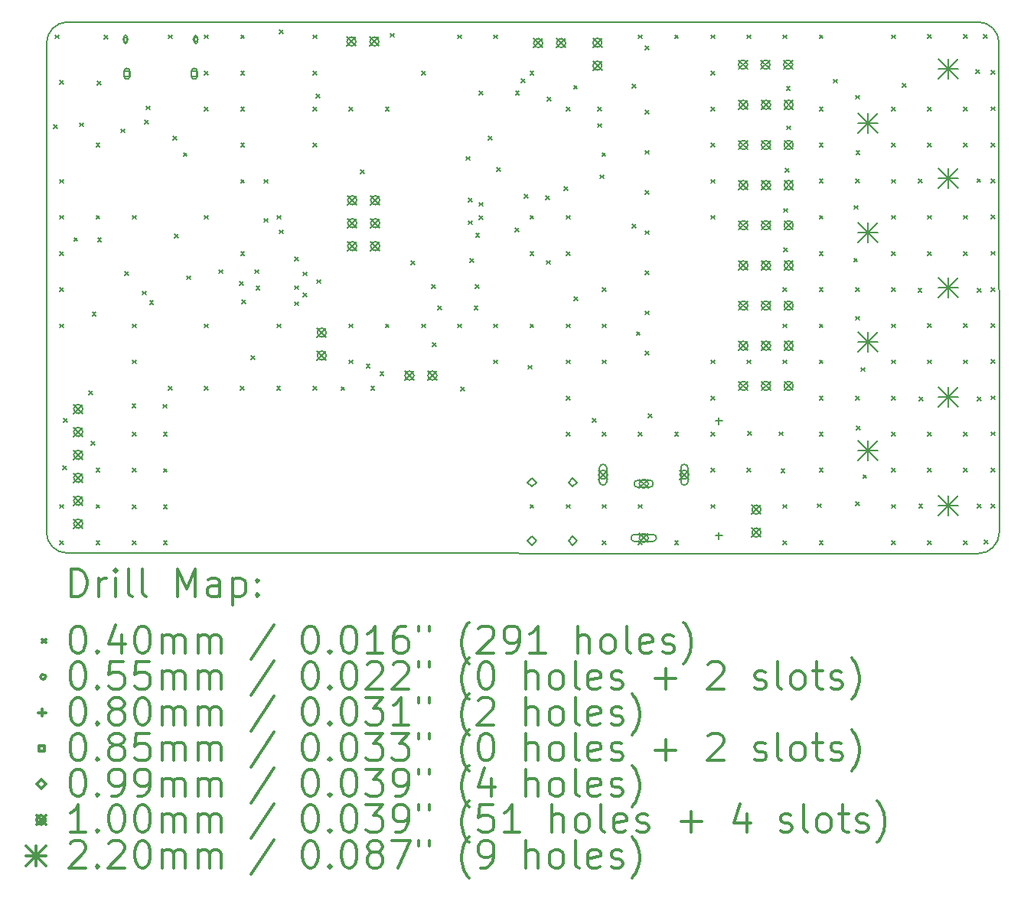
<source format=gbr>
%FSLAX45Y45*%
G04 Gerber Fmt 4.5, Leading zero omitted, Abs format (unit mm)*
G04 Created by KiCad (PCBNEW (5.0.0)) date 12/28/19 14:37:25*
%MOMM*%
%LPD*%
G01*
G04 APERTURE LIST*
%ADD10C,0.150000*%
%ADD11C,0.200000*%
%ADD12C,0.300000*%
G04 APERTURE END LIST*
D10*
X12633043Y-6934148D02*
G75*
G02X12866026Y-6699165I233983J1000D01*
G01*
X23171983Y-12349017D02*
G75*
G02X22939000Y-12584000I-233983J-1000D01*
G01*
X12633043Y-6936148D02*
X12630043Y-12346148D01*
X22941000Y-12584000D02*
X12862000Y-12579000D01*
X12865026Y-12579131D02*
G75*
G02X12630043Y-12346148I-1000J233983D01*
G01*
X12867043Y-6699148D02*
X22934000Y-6699000D01*
X22935017Y-6699000D02*
G75*
G02X23170000Y-6931983I1000J-233983D01*
G01*
X23172000Y-12350000D02*
X23170000Y-6928000D01*
D11*
X12711000Y-7839000D02*
X12751000Y-7879000D01*
X12751000Y-7839000D02*
X12711000Y-7879000D01*
X12728000Y-6843000D02*
X12768000Y-6883000D01*
X12768000Y-6843000D02*
X12728000Y-6883000D01*
X12779000Y-7348000D02*
X12819000Y-7388000D01*
X12819000Y-7348000D02*
X12779000Y-7388000D01*
X12782000Y-8442000D02*
X12822000Y-8482000D01*
X12822000Y-8442000D02*
X12782000Y-8482000D01*
X12782000Y-8842000D02*
X12822000Y-8882000D01*
X12822000Y-8842000D02*
X12782000Y-8882000D01*
X12782000Y-9242000D02*
X12822000Y-9282000D01*
X12822000Y-9242000D02*
X12782000Y-9282000D01*
X12782000Y-9642000D02*
X12822000Y-9682000D01*
X12822000Y-9642000D02*
X12782000Y-9682000D01*
X12782000Y-10042000D02*
X12822000Y-10082000D01*
X12822000Y-10042000D02*
X12782000Y-10082000D01*
X12782000Y-12042000D02*
X12822000Y-12082000D01*
X12822000Y-12042000D02*
X12782000Y-12082000D01*
X12782000Y-12442000D02*
X12822000Y-12482000D01*
X12822000Y-12442000D02*
X12782000Y-12482000D01*
X12816000Y-11612000D02*
X12856000Y-11652000D01*
X12856000Y-11612000D02*
X12816000Y-11652000D01*
X12820000Y-11088000D02*
X12860000Y-11128000D01*
X12860000Y-11088000D02*
X12820000Y-11128000D01*
X12935043Y-9086148D02*
X12975043Y-9126148D01*
X12975043Y-9086148D02*
X12935043Y-9126148D01*
X13002000Y-7816000D02*
X13042000Y-7856000D01*
X13042000Y-7816000D02*
X13002000Y-7856000D01*
X13098000Y-10782000D02*
X13138000Y-10822000D01*
X13138000Y-10782000D02*
X13098000Y-10822000D01*
X13125000Y-11341000D02*
X13165000Y-11381000D01*
X13165000Y-11341000D02*
X13125000Y-11381000D01*
X13140043Y-9914148D02*
X13180043Y-9954148D01*
X13180043Y-9914148D02*
X13140043Y-9954148D01*
X13182000Y-8042000D02*
X13222000Y-8082000D01*
X13222000Y-8042000D02*
X13182000Y-8082000D01*
X13182000Y-8842000D02*
X13222000Y-8882000D01*
X13222000Y-8842000D02*
X13182000Y-8882000D01*
X13182000Y-11642000D02*
X13222000Y-11682000D01*
X13222000Y-11642000D02*
X13182000Y-11682000D01*
X13182000Y-12042000D02*
X13222000Y-12082000D01*
X13222000Y-12042000D02*
X13182000Y-12082000D01*
X13182000Y-12442000D02*
X13222000Y-12482000D01*
X13222000Y-12442000D02*
X13182000Y-12482000D01*
X13192000Y-7357000D02*
X13232000Y-7397000D01*
X13232000Y-7357000D02*
X13192000Y-7397000D01*
X13198043Y-9089148D02*
X13238043Y-9129148D01*
X13238043Y-9089148D02*
X13198043Y-9129148D01*
X13273000Y-6849000D02*
X13313000Y-6889000D01*
X13313000Y-6849000D02*
X13273000Y-6889000D01*
X13457043Y-7884148D02*
X13497043Y-7924148D01*
X13497043Y-7884148D02*
X13457043Y-7924148D01*
X13496000Y-9463000D02*
X13536000Y-9503000D01*
X13536000Y-9463000D02*
X13496000Y-9503000D01*
X13580000Y-10929000D02*
X13620000Y-10969000D01*
X13620000Y-10929000D02*
X13580000Y-10969000D01*
X13582000Y-8842000D02*
X13622000Y-8882000D01*
X13622000Y-8842000D02*
X13582000Y-8882000D01*
X13582000Y-10042000D02*
X13622000Y-10082000D01*
X13622000Y-10042000D02*
X13582000Y-10082000D01*
X13582000Y-10442000D02*
X13622000Y-10482000D01*
X13622000Y-10442000D02*
X13582000Y-10482000D01*
X13582000Y-11242000D02*
X13622000Y-11282000D01*
X13622000Y-11242000D02*
X13582000Y-11282000D01*
X13582000Y-11642000D02*
X13622000Y-11682000D01*
X13622000Y-11642000D02*
X13582000Y-11682000D01*
X13582000Y-12442000D02*
X13622000Y-12482000D01*
X13622000Y-12442000D02*
X13582000Y-12482000D01*
X13583000Y-12043000D02*
X13623000Y-12083000D01*
X13623000Y-12043000D02*
X13583000Y-12083000D01*
X13691043Y-9678148D02*
X13731043Y-9718148D01*
X13731043Y-9678148D02*
X13691043Y-9718148D01*
X13719043Y-7784148D02*
X13759043Y-7824148D01*
X13759043Y-7784148D02*
X13719043Y-7824148D01*
X13739000Y-7630000D02*
X13779000Y-7670000D01*
X13779000Y-7630000D02*
X13739000Y-7670000D01*
X13775043Y-9785148D02*
X13815043Y-9825148D01*
X13815043Y-9785148D02*
X13775043Y-9825148D01*
X13924000Y-10931000D02*
X13964000Y-10971000D01*
X13964000Y-10931000D02*
X13924000Y-10971000D01*
X13926000Y-11244000D02*
X13966000Y-11284000D01*
X13966000Y-11244000D02*
X13926000Y-11284000D01*
X13926000Y-11644000D02*
X13966000Y-11684000D01*
X13966000Y-11644000D02*
X13926000Y-11684000D01*
X13926000Y-12044000D02*
X13966000Y-12084000D01*
X13966000Y-12044000D02*
X13926000Y-12084000D01*
X13926000Y-12444000D02*
X13966000Y-12484000D01*
X13966000Y-12444000D02*
X13926000Y-12484000D01*
X13979000Y-10733000D02*
X14019000Y-10773000D01*
X14019000Y-10733000D02*
X13979000Y-10773000D01*
X13982000Y-6842000D02*
X14022000Y-6882000D01*
X14022000Y-6842000D02*
X13982000Y-6882000D01*
X14032043Y-7966148D02*
X14072043Y-8006148D01*
X14072043Y-7966148D02*
X14032043Y-8006148D01*
X14052000Y-9046000D02*
X14092000Y-9086000D01*
X14092000Y-9046000D02*
X14052000Y-9086000D01*
X14147043Y-8147148D02*
X14187043Y-8187148D01*
X14187043Y-8147148D02*
X14147043Y-8187148D01*
X14183132Y-9510237D02*
X14223132Y-9550237D01*
X14223132Y-9510237D02*
X14183132Y-9550237D01*
X14379000Y-10733000D02*
X14419000Y-10773000D01*
X14419000Y-10733000D02*
X14379000Y-10773000D01*
X14382000Y-6842000D02*
X14422000Y-6882000D01*
X14422000Y-6842000D02*
X14382000Y-6882000D01*
X14382000Y-7242000D02*
X14422000Y-7282000D01*
X14422000Y-7242000D02*
X14382000Y-7282000D01*
X14382000Y-7642000D02*
X14422000Y-7682000D01*
X14422000Y-7642000D02*
X14382000Y-7682000D01*
X14382000Y-8842000D02*
X14422000Y-8882000D01*
X14422000Y-8842000D02*
X14382000Y-8882000D01*
X14382000Y-10042000D02*
X14422000Y-10082000D01*
X14422000Y-10042000D02*
X14382000Y-10082000D01*
X14541000Y-9442000D02*
X14581000Y-9482000D01*
X14581000Y-9442000D02*
X14541000Y-9482000D01*
X14767000Y-9576000D02*
X14807000Y-9616000D01*
X14807000Y-9576000D02*
X14767000Y-9616000D01*
X14779000Y-10733000D02*
X14819000Y-10773000D01*
X14819000Y-10733000D02*
X14779000Y-10773000D01*
X14782000Y-6842000D02*
X14822000Y-6882000D01*
X14822000Y-6842000D02*
X14782000Y-6882000D01*
X14782000Y-7242000D02*
X14822000Y-7282000D01*
X14822000Y-7242000D02*
X14782000Y-7282000D01*
X14782000Y-7642000D02*
X14822000Y-7682000D01*
X14822000Y-7642000D02*
X14782000Y-7682000D01*
X14782000Y-8042000D02*
X14822000Y-8082000D01*
X14822000Y-8042000D02*
X14782000Y-8082000D01*
X14782000Y-8442000D02*
X14822000Y-8482000D01*
X14822000Y-8442000D02*
X14782000Y-8482000D01*
X14782000Y-9242000D02*
X14822000Y-9282000D01*
X14822000Y-9242000D02*
X14782000Y-9282000D01*
X14797043Y-9775148D02*
X14837043Y-9815148D01*
X14837043Y-9775148D02*
X14797043Y-9815148D01*
X14893043Y-10396148D02*
X14933043Y-10436148D01*
X14933043Y-10396148D02*
X14893043Y-10436148D01*
X14941000Y-9442000D02*
X14981000Y-9482000D01*
X14981000Y-9442000D02*
X14941000Y-9482000D01*
X14951043Y-9621148D02*
X14991043Y-9661148D01*
X14991043Y-9621148D02*
X14951043Y-9661148D01*
X15037043Y-8875148D02*
X15077043Y-8915148D01*
X15077043Y-8875148D02*
X15037043Y-8915148D01*
X15042000Y-8444000D02*
X15082000Y-8484000D01*
X15082000Y-8444000D02*
X15042000Y-8484000D01*
X15179000Y-10733000D02*
X15219000Y-10773000D01*
X15219000Y-10733000D02*
X15179000Y-10773000D01*
X15182000Y-8842000D02*
X15222000Y-8882000D01*
X15222000Y-8842000D02*
X15182000Y-8882000D01*
X15182000Y-10042000D02*
X15222000Y-10082000D01*
X15222000Y-10042000D02*
X15182000Y-10082000D01*
X15207043Y-9002148D02*
X15247043Y-9042148D01*
X15247043Y-9002148D02*
X15207043Y-9042148D01*
X15208043Y-6788148D02*
X15248043Y-6828148D01*
X15248043Y-6788148D02*
X15208043Y-6828148D01*
X15377043Y-9797148D02*
X15417043Y-9837148D01*
X15417043Y-9797148D02*
X15377043Y-9837148D01*
X15380043Y-9301148D02*
X15420043Y-9341148D01*
X15420043Y-9301148D02*
X15380043Y-9341148D01*
X15380043Y-9620148D02*
X15420043Y-9660148D01*
X15420043Y-9620148D02*
X15380043Y-9660148D01*
X15469043Y-9702148D02*
X15509043Y-9742148D01*
X15509043Y-9702148D02*
X15469043Y-9742148D01*
X15470043Y-9467148D02*
X15510043Y-9507148D01*
X15510043Y-9467148D02*
X15470043Y-9507148D01*
X15579000Y-10733000D02*
X15619000Y-10773000D01*
X15619000Y-10733000D02*
X15579000Y-10773000D01*
X15582000Y-6842000D02*
X15622000Y-6882000D01*
X15622000Y-6842000D02*
X15582000Y-6882000D01*
X15582000Y-7242000D02*
X15622000Y-7282000D01*
X15622000Y-7242000D02*
X15582000Y-7282000D01*
X15582000Y-7642000D02*
X15622000Y-7682000D01*
X15622000Y-7642000D02*
X15582000Y-7682000D01*
X15582000Y-8042000D02*
X15622000Y-8082000D01*
X15622000Y-8042000D02*
X15582000Y-8082000D01*
X15613043Y-7497148D02*
X15653043Y-7537148D01*
X15653043Y-7497148D02*
X15613043Y-7537148D01*
X15623043Y-9552148D02*
X15663043Y-9592148D01*
X15663043Y-9552148D02*
X15623043Y-9592148D01*
X15890000Y-10738000D02*
X15930000Y-10778000D01*
X15930000Y-10738000D02*
X15890000Y-10778000D01*
X15982000Y-7642000D02*
X16022000Y-7682000D01*
X16022000Y-7642000D02*
X15982000Y-7682000D01*
X15982000Y-10042000D02*
X16022000Y-10082000D01*
X16022000Y-10042000D02*
X15982000Y-10082000D01*
X15982000Y-10442000D02*
X16022000Y-10482000D01*
X16022000Y-10442000D02*
X15982000Y-10482000D01*
X16107043Y-8336148D02*
X16147043Y-8376148D01*
X16147043Y-8336148D02*
X16107043Y-8376148D01*
X16170000Y-10486000D02*
X16210000Y-10526000D01*
X16210000Y-10486000D02*
X16170000Y-10526000D01*
X16220000Y-10736000D02*
X16260000Y-10776000D01*
X16260000Y-10736000D02*
X16220000Y-10776000D01*
X16323000Y-10571000D02*
X16363000Y-10611000D01*
X16363000Y-10571000D02*
X16323000Y-10611000D01*
X16382000Y-7642000D02*
X16422000Y-7682000D01*
X16422000Y-7642000D02*
X16382000Y-7682000D01*
X16382000Y-10042000D02*
X16422000Y-10082000D01*
X16422000Y-10042000D02*
X16382000Y-10082000D01*
X16434000Y-6825000D02*
X16474000Y-6865000D01*
X16474000Y-6825000D02*
X16434000Y-6865000D01*
X16664000Y-9347000D02*
X16704000Y-9387000D01*
X16704000Y-9347000D02*
X16664000Y-9387000D01*
X16782000Y-7242000D02*
X16822000Y-7282000D01*
X16822000Y-7242000D02*
X16782000Y-7282000D01*
X16782000Y-10042000D02*
X16822000Y-10082000D01*
X16822000Y-10042000D02*
X16782000Y-10082000D01*
X16895043Y-9607148D02*
X16935043Y-9647148D01*
X16935043Y-9607148D02*
X16895043Y-9647148D01*
X16901000Y-10251000D02*
X16941000Y-10291000D01*
X16941000Y-10251000D02*
X16901000Y-10291000D01*
X16964000Y-9842000D02*
X17004000Y-9882000D01*
X17004000Y-9842000D02*
X16964000Y-9882000D01*
X17182000Y-6842000D02*
X17222000Y-6882000D01*
X17222000Y-6842000D02*
X17182000Y-6882000D01*
X17182000Y-10042000D02*
X17222000Y-10082000D01*
X17222000Y-10042000D02*
X17182000Y-10082000D01*
X17215000Y-10741000D02*
X17255000Y-10781000D01*
X17255000Y-10741000D02*
X17215000Y-10781000D01*
X17274043Y-8189148D02*
X17314043Y-8229148D01*
X17314043Y-8189148D02*
X17274043Y-8229148D01*
X17299043Y-8648148D02*
X17339043Y-8688148D01*
X17339043Y-8648148D02*
X17299043Y-8688148D01*
X17302043Y-8899148D02*
X17342043Y-8939148D01*
X17342043Y-8899148D02*
X17302043Y-8939148D01*
X17320043Y-9317148D02*
X17360043Y-9357148D01*
X17360043Y-9317148D02*
X17320043Y-9357148D01*
X17364000Y-9842000D02*
X17404000Y-9882000D01*
X17404000Y-9842000D02*
X17364000Y-9882000D01*
X17376043Y-9607148D02*
X17416043Y-9647148D01*
X17416043Y-9607148D02*
X17376043Y-9647148D01*
X17382043Y-9037148D02*
X17422043Y-9077148D01*
X17422043Y-9037148D02*
X17382043Y-9077148D01*
X17417043Y-8697148D02*
X17457043Y-8737148D01*
X17457043Y-8697148D02*
X17417043Y-8737148D01*
X17421043Y-8847148D02*
X17461043Y-8887148D01*
X17461043Y-8847148D02*
X17421043Y-8887148D01*
X17422000Y-7466000D02*
X17462000Y-7506000D01*
X17462000Y-7466000D02*
X17422000Y-7506000D01*
X17522043Y-7966148D02*
X17562043Y-8006148D01*
X17562043Y-7966148D02*
X17522043Y-8006148D01*
X17582000Y-6842000D02*
X17622000Y-6882000D01*
X17622000Y-6842000D02*
X17582000Y-6882000D01*
X17582000Y-10042000D02*
X17622000Y-10082000D01*
X17622000Y-10042000D02*
X17582000Y-10082000D01*
X17582000Y-10442000D02*
X17622000Y-10482000D01*
X17622000Y-10442000D02*
X17582000Y-10482000D01*
X17615000Y-8311000D02*
X17655000Y-8351000D01*
X17655000Y-8311000D02*
X17615000Y-8351000D01*
X17814043Y-8981098D02*
X17854043Y-9021098D01*
X17854043Y-8981098D02*
X17814043Y-9021098D01*
X17822000Y-7466000D02*
X17862000Y-7506000D01*
X17862000Y-7466000D02*
X17822000Y-7506000D01*
X17885043Y-7328148D02*
X17925043Y-7368148D01*
X17925043Y-7328148D02*
X17885043Y-7368148D01*
X17921000Y-8606000D02*
X17961000Y-8646000D01*
X17961000Y-8606000D02*
X17921000Y-8646000D01*
X17960043Y-10501148D02*
X18000043Y-10541148D01*
X18000043Y-10501148D02*
X17960043Y-10541148D01*
X17982000Y-7242000D02*
X18022000Y-7282000D01*
X18022000Y-7242000D02*
X17982000Y-7282000D01*
X17982000Y-8842000D02*
X18022000Y-8882000D01*
X18022000Y-8842000D02*
X17982000Y-8882000D01*
X17982000Y-9242000D02*
X18022000Y-9282000D01*
X18022000Y-9242000D02*
X17982000Y-9282000D01*
X17982000Y-10042000D02*
X18022000Y-10082000D01*
X18022000Y-10042000D02*
X17982000Y-10082000D01*
X17982000Y-12042000D02*
X18022000Y-12082000D01*
X18022000Y-12042000D02*
X17982000Y-12082000D01*
X18154000Y-8623000D02*
X18194000Y-8663000D01*
X18194000Y-8623000D02*
X18154000Y-8663000D01*
X18165043Y-9341148D02*
X18205043Y-9381148D01*
X18205043Y-9341148D02*
X18165043Y-9381148D01*
X18175043Y-7535148D02*
X18215043Y-7575148D01*
X18215043Y-7535148D02*
X18175043Y-7575148D01*
X18361043Y-8525148D02*
X18401043Y-8565148D01*
X18401043Y-8525148D02*
X18361043Y-8565148D01*
X18382000Y-7642000D02*
X18422000Y-7682000D01*
X18422000Y-7642000D02*
X18382000Y-7682000D01*
X18382000Y-8842000D02*
X18422000Y-8882000D01*
X18422000Y-8842000D02*
X18382000Y-8882000D01*
X18382000Y-9242000D02*
X18422000Y-9282000D01*
X18422000Y-9242000D02*
X18382000Y-9282000D01*
X18382000Y-10042000D02*
X18422000Y-10082000D01*
X18422000Y-10042000D02*
X18382000Y-10082000D01*
X18382000Y-10442000D02*
X18422000Y-10482000D01*
X18422000Y-10442000D02*
X18382000Y-10482000D01*
X18382000Y-10842000D02*
X18422000Y-10882000D01*
X18422000Y-10842000D02*
X18382000Y-10882000D01*
X18382000Y-11242000D02*
X18422000Y-11282000D01*
X18422000Y-11242000D02*
X18382000Y-11282000D01*
X18382000Y-12042000D02*
X18422000Y-12082000D01*
X18422000Y-12042000D02*
X18382000Y-12082000D01*
X18465043Y-7402148D02*
X18505043Y-7442148D01*
X18505043Y-7402148D02*
X18465043Y-7442148D01*
X18467043Y-9740148D02*
X18507043Y-9780148D01*
X18507043Y-9740148D02*
X18467043Y-9780148D01*
X18671043Y-11086148D02*
X18711043Y-11126148D01*
X18711043Y-11086148D02*
X18671043Y-11126148D01*
X18729000Y-7642000D02*
X18769000Y-7682000D01*
X18769000Y-7642000D02*
X18729000Y-7682000D01*
X18730000Y-7824000D02*
X18770000Y-7864000D01*
X18770000Y-7824000D02*
X18730000Y-7864000D01*
X18756043Y-8392148D02*
X18796043Y-8432148D01*
X18796043Y-8392148D02*
X18756043Y-8432148D01*
X18778043Y-8147148D02*
X18818043Y-8187148D01*
X18818043Y-8147148D02*
X18778043Y-8187148D01*
X18782000Y-9642000D02*
X18822000Y-9682000D01*
X18822000Y-9642000D02*
X18782000Y-9682000D01*
X18782000Y-10042000D02*
X18822000Y-10082000D01*
X18822000Y-10042000D02*
X18782000Y-10082000D01*
X18782000Y-10442000D02*
X18822000Y-10482000D01*
X18822000Y-10442000D02*
X18782000Y-10482000D01*
X18782000Y-11242000D02*
X18822000Y-11282000D01*
X18822000Y-11242000D02*
X18782000Y-11282000D01*
X18782000Y-12042000D02*
X18822000Y-12082000D01*
X18822000Y-12042000D02*
X18782000Y-12082000D01*
X18782000Y-12442000D02*
X18822000Y-12482000D01*
X18822000Y-12442000D02*
X18782000Y-12482000D01*
X19112000Y-7390000D02*
X19152000Y-7430000D01*
X19152000Y-7390000D02*
X19112000Y-7430000D01*
X19115000Y-8941000D02*
X19155000Y-8981000D01*
X19155000Y-8941000D02*
X19115000Y-8981000D01*
X19158000Y-10128000D02*
X19198000Y-10168000D01*
X19198000Y-10128000D02*
X19158000Y-10168000D01*
X19182000Y-6842000D02*
X19222000Y-6882000D01*
X19222000Y-6842000D02*
X19182000Y-6882000D01*
X19182000Y-11242000D02*
X19222000Y-11282000D01*
X19222000Y-11242000D02*
X19182000Y-11282000D01*
X19182000Y-12042000D02*
X19222000Y-12082000D01*
X19222000Y-12042000D02*
X19182000Y-12082000D01*
X19182000Y-12442000D02*
X19222000Y-12482000D01*
X19222000Y-12442000D02*
X19182000Y-12482000D01*
X19257043Y-6966648D02*
X19297043Y-7006648D01*
X19297043Y-6966648D02*
X19257043Y-7006648D01*
X19257043Y-7677848D02*
X19297043Y-7717848D01*
X19297043Y-7677848D02*
X19257043Y-7717848D01*
X19257043Y-8122348D02*
X19297043Y-8162348D01*
X19297043Y-8122348D02*
X19257043Y-8162348D01*
X19257043Y-8566848D02*
X19297043Y-8606848D01*
X19297043Y-8566848D02*
X19257043Y-8606848D01*
X19257043Y-9011348D02*
X19297043Y-9051348D01*
X19297043Y-9011348D02*
X19257043Y-9051348D01*
X19257043Y-9455848D02*
X19297043Y-9495848D01*
X19297043Y-9455848D02*
X19257043Y-9495848D01*
X19257043Y-9900348D02*
X19297043Y-9940348D01*
X19297043Y-9900348D02*
X19257043Y-9940348D01*
X19257043Y-10344848D02*
X19297043Y-10384848D01*
X19297043Y-10344848D02*
X19257043Y-10384848D01*
X19292043Y-11037148D02*
X19332043Y-11077148D01*
X19332043Y-11037148D02*
X19292043Y-11077148D01*
X19582000Y-6842000D02*
X19622000Y-6882000D01*
X19622000Y-6842000D02*
X19582000Y-6882000D01*
X19582000Y-11242000D02*
X19622000Y-11282000D01*
X19622000Y-11242000D02*
X19582000Y-11282000D01*
X19582000Y-12442000D02*
X19622000Y-12482000D01*
X19622000Y-12442000D02*
X19582000Y-12482000D01*
X19982000Y-6842000D02*
X20022000Y-6882000D01*
X20022000Y-6842000D02*
X19982000Y-6882000D01*
X19982000Y-7242000D02*
X20022000Y-7282000D01*
X20022000Y-7242000D02*
X19982000Y-7282000D01*
X19982000Y-7642000D02*
X20022000Y-7682000D01*
X20022000Y-7642000D02*
X19982000Y-7682000D01*
X19982000Y-8042000D02*
X20022000Y-8082000D01*
X20022000Y-8042000D02*
X19982000Y-8082000D01*
X19982000Y-8442000D02*
X20022000Y-8482000D01*
X20022000Y-8442000D02*
X19982000Y-8482000D01*
X19982000Y-8842000D02*
X20022000Y-8882000D01*
X20022000Y-8842000D02*
X19982000Y-8882000D01*
X19982000Y-10442000D02*
X20022000Y-10482000D01*
X20022000Y-10442000D02*
X19982000Y-10482000D01*
X19982000Y-10842000D02*
X20022000Y-10882000D01*
X20022000Y-10842000D02*
X19982000Y-10882000D01*
X19982000Y-11242000D02*
X20022000Y-11282000D01*
X20022000Y-11242000D02*
X19982000Y-11282000D01*
X19982000Y-11642000D02*
X20022000Y-11682000D01*
X20022000Y-11642000D02*
X19982000Y-11682000D01*
X19982000Y-12042000D02*
X20022000Y-12082000D01*
X20022000Y-12042000D02*
X19982000Y-12082000D01*
X20382000Y-6842000D02*
X20422000Y-6882000D01*
X20422000Y-6842000D02*
X20382000Y-6882000D01*
X20382000Y-10442000D02*
X20422000Y-10482000D01*
X20422000Y-10442000D02*
X20382000Y-10482000D01*
X20382000Y-11642000D02*
X20422000Y-11682000D01*
X20422000Y-11642000D02*
X20382000Y-11682000D01*
X20389000Y-11233000D02*
X20429000Y-11273000D01*
X20429000Y-11233000D02*
X20389000Y-11273000D01*
X20736000Y-11236000D02*
X20776000Y-11276000D01*
X20776000Y-11236000D02*
X20736000Y-11276000D01*
X20758000Y-11649000D02*
X20798000Y-11689000D01*
X20798000Y-11649000D02*
X20758000Y-11689000D01*
X20782000Y-6842000D02*
X20822000Y-6882000D01*
X20822000Y-6842000D02*
X20782000Y-6882000D01*
X20782000Y-9642000D02*
X20822000Y-9682000D01*
X20822000Y-9642000D02*
X20782000Y-9682000D01*
X20782000Y-10042000D02*
X20822000Y-10082000D01*
X20822000Y-10042000D02*
X20782000Y-10082000D01*
X20782000Y-10442000D02*
X20822000Y-10482000D01*
X20822000Y-10442000D02*
X20782000Y-10482000D01*
X20782000Y-12042000D02*
X20822000Y-12082000D01*
X20822000Y-12042000D02*
X20782000Y-12082000D01*
X20782000Y-12442000D02*
X20822000Y-12482000D01*
X20822000Y-12442000D02*
X20782000Y-12482000D01*
X20786000Y-9200000D02*
X20826000Y-9240000D01*
X20826000Y-9200000D02*
X20786000Y-9240000D01*
X20788000Y-8764000D02*
X20828000Y-8804000D01*
X20828000Y-8764000D02*
X20788000Y-8804000D01*
X20806000Y-8323000D02*
X20846000Y-8363000D01*
X20846000Y-8323000D02*
X20806000Y-8363000D01*
X20818000Y-7416000D02*
X20858000Y-7456000D01*
X20858000Y-7416000D02*
X20818000Y-7456000D01*
X20822000Y-7851000D02*
X20862000Y-7891000D01*
X20862000Y-7851000D02*
X20822000Y-7891000D01*
X21164000Y-12033000D02*
X21204000Y-12073000D01*
X21204000Y-12033000D02*
X21164000Y-12073000D01*
X21182000Y-6842000D02*
X21222000Y-6882000D01*
X21222000Y-6842000D02*
X21182000Y-6882000D01*
X21182000Y-9642000D02*
X21222000Y-9682000D01*
X21222000Y-9642000D02*
X21182000Y-9682000D01*
X21182000Y-10042000D02*
X21222000Y-10082000D01*
X21222000Y-10042000D02*
X21182000Y-10082000D01*
X21182000Y-10442000D02*
X21222000Y-10482000D01*
X21222000Y-10442000D02*
X21182000Y-10482000D01*
X21182000Y-10842000D02*
X21222000Y-10882000D01*
X21222000Y-10842000D02*
X21182000Y-10882000D01*
X21182000Y-11242000D02*
X21222000Y-11282000D01*
X21222000Y-11242000D02*
X21182000Y-11282000D01*
X21182000Y-11642000D02*
X21222000Y-11682000D01*
X21222000Y-11642000D02*
X21182000Y-11682000D01*
X21182000Y-12442000D02*
X21222000Y-12482000D01*
X21222000Y-12442000D02*
X21182000Y-12482000D01*
X21183000Y-7641000D02*
X21223000Y-7681000D01*
X21223000Y-7641000D02*
X21183000Y-7681000D01*
X21183000Y-8041000D02*
X21223000Y-8081000D01*
X21223000Y-8041000D02*
X21183000Y-8081000D01*
X21183000Y-8441000D02*
X21223000Y-8481000D01*
X21223000Y-8441000D02*
X21183000Y-8481000D01*
X21183000Y-8841000D02*
X21223000Y-8881000D01*
X21223000Y-8841000D02*
X21183000Y-8881000D01*
X21183000Y-9241000D02*
X21223000Y-9281000D01*
X21223000Y-9241000D02*
X21183000Y-9281000D01*
X21338000Y-7333000D02*
X21378000Y-7373000D01*
X21378000Y-7333000D02*
X21338000Y-7373000D01*
X21563000Y-9315000D02*
X21603000Y-9355000D01*
X21603000Y-9315000D02*
X21563000Y-9355000D01*
X21567000Y-8731000D02*
X21607000Y-8771000D01*
X21607000Y-8731000D02*
X21567000Y-8771000D01*
X21582000Y-9642000D02*
X21622000Y-9682000D01*
X21622000Y-9642000D02*
X21582000Y-9682000D01*
X21582000Y-10842000D02*
X21622000Y-10882000D01*
X21622000Y-10842000D02*
X21582000Y-10882000D01*
X21583000Y-8441000D02*
X21623000Y-8481000D01*
X21623000Y-8441000D02*
X21583000Y-8481000D01*
X21584000Y-7512000D02*
X21624000Y-7552000D01*
X21624000Y-7512000D02*
X21584000Y-7552000D01*
X21584000Y-9959000D02*
X21624000Y-9999000D01*
X21624000Y-9959000D02*
X21584000Y-9999000D01*
X21586000Y-12012000D02*
X21626000Y-12052000D01*
X21626000Y-12012000D02*
X21586000Y-12052000D01*
X21589000Y-8123000D02*
X21629000Y-8163000D01*
X21629000Y-8123000D02*
X21589000Y-8163000D01*
X21591000Y-11172000D02*
X21631000Y-11212000D01*
X21631000Y-11172000D02*
X21591000Y-11212000D01*
X21645000Y-10525000D02*
X21685000Y-10565000D01*
X21685000Y-10525000D02*
X21645000Y-10565000D01*
X21665000Y-11710000D02*
X21705000Y-11750000D01*
X21705000Y-11710000D02*
X21665000Y-11750000D01*
X21982000Y-6842000D02*
X22022000Y-6882000D01*
X22022000Y-6842000D02*
X21982000Y-6882000D01*
X21982000Y-7642000D02*
X22022000Y-7682000D01*
X22022000Y-7642000D02*
X21982000Y-7682000D01*
X21982000Y-8042000D02*
X22022000Y-8082000D01*
X22022000Y-8042000D02*
X21982000Y-8082000D01*
X21982000Y-8442000D02*
X22022000Y-8482000D01*
X22022000Y-8442000D02*
X21982000Y-8482000D01*
X21982000Y-8842000D02*
X22022000Y-8882000D01*
X22022000Y-8842000D02*
X21982000Y-8882000D01*
X21982000Y-9242000D02*
X22022000Y-9282000D01*
X22022000Y-9242000D02*
X21982000Y-9282000D01*
X21982000Y-9642000D02*
X22022000Y-9682000D01*
X22022000Y-9642000D02*
X21982000Y-9682000D01*
X21982000Y-10042000D02*
X22022000Y-10082000D01*
X22022000Y-10042000D02*
X21982000Y-10082000D01*
X21982000Y-10442000D02*
X22022000Y-10482000D01*
X22022000Y-10442000D02*
X21982000Y-10482000D01*
X21982000Y-10842000D02*
X22022000Y-10882000D01*
X22022000Y-10842000D02*
X21982000Y-10882000D01*
X21982000Y-11242000D02*
X22022000Y-11282000D01*
X22022000Y-11242000D02*
X21982000Y-11282000D01*
X21982000Y-11642000D02*
X22022000Y-11682000D01*
X22022000Y-11642000D02*
X21982000Y-11682000D01*
X21982000Y-12042000D02*
X22022000Y-12082000D01*
X22022000Y-12042000D02*
X21982000Y-12082000D01*
X21982000Y-12442000D02*
X22022000Y-12482000D01*
X22022000Y-12442000D02*
X21982000Y-12482000D01*
X22098000Y-7379000D02*
X22138000Y-7419000D01*
X22138000Y-7379000D02*
X22098000Y-7419000D01*
X22274000Y-9651000D02*
X22314000Y-9691000D01*
X22314000Y-9651000D02*
X22274000Y-9691000D01*
X22277000Y-8439000D02*
X22317000Y-8479000D01*
X22317000Y-8439000D02*
X22277000Y-8479000D01*
X22283000Y-12040000D02*
X22323000Y-12080000D01*
X22323000Y-12040000D02*
X22283000Y-12080000D01*
X22287000Y-10853000D02*
X22327000Y-10893000D01*
X22327000Y-10853000D02*
X22287000Y-10893000D01*
X22379000Y-6841000D02*
X22419000Y-6881000D01*
X22419000Y-6841000D02*
X22379000Y-6881000D01*
X22379000Y-7641000D02*
X22419000Y-7681000D01*
X22419000Y-7641000D02*
X22379000Y-7681000D01*
X22379000Y-8041000D02*
X22419000Y-8081000D01*
X22419000Y-8041000D02*
X22379000Y-8081000D01*
X22379000Y-8841000D02*
X22419000Y-8881000D01*
X22419000Y-8841000D02*
X22379000Y-8881000D01*
X22379000Y-9241000D02*
X22419000Y-9281000D01*
X22419000Y-9241000D02*
X22379000Y-9281000D01*
X22379000Y-10041000D02*
X22419000Y-10081000D01*
X22419000Y-10041000D02*
X22379000Y-10081000D01*
X22379000Y-10441000D02*
X22419000Y-10481000D01*
X22419000Y-10441000D02*
X22379000Y-10481000D01*
X22379000Y-11241000D02*
X22419000Y-11281000D01*
X22419000Y-11241000D02*
X22379000Y-11281000D01*
X22379000Y-11641000D02*
X22419000Y-11681000D01*
X22419000Y-11641000D02*
X22379000Y-11681000D01*
X22379000Y-12441000D02*
X22419000Y-12481000D01*
X22419000Y-12441000D02*
X22379000Y-12481000D01*
X22779000Y-6841000D02*
X22819000Y-6881000D01*
X22819000Y-6841000D02*
X22779000Y-6881000D01*
X22779000Y-7641000D02*
X22819000Y-7681000D01*
X22819000Y-7641000D02*
X22779000Y-7681000D01*
X22779000Y-8041000D02*
X22819000Y-8081000D01*
X22819000Y-8041000D02*
X22779000Y-8081000D01*
X22779000Y-8841000D02*
X22819000Y-8881000D01*
X22819000Y-8841000D02*
X22779000Y-8881000D01*
X22779000Y-9241000D02*
X22819000Y-9281000D01*
X22819000Y-9241000D02*
X22779000Y-9281000D01*
X22779000Y-10041000D02*
X22819000Y-10081000D01*
X22819000Y-10041000D02*
X22779000Y-10081000D01*
X22779000Y-10441000D02*
X22819000Y-10481000D01*
X22819000Y-10441000D02*
X22779000Y-10481000D01*
X22779000Y-11241000D02*
X22819000Y-11281000D01*
X22819000Y-11241000D02*
X22779000Y-11281000D01*
X22779000Y-11641000D02*
X22819000Y-11681000D01*
X22819000Y-11641000D02*
X22779000Y-11681000D01*
X22779000Y-12441000D02*
X22819000Y-12481000D01*
X22819000Y-12441000D02*
X22779000Y-12481000D01*
X22915000Y-7230000D02*
X22955000Y-7270000D01*
X22955000Y-7230000D02*
X22915000Y-7270000D01*
X22927000Y-8435000D02*
X22967000Y-8475000D01*
X22967000Y-8435000D02*
X22927000Y-8475000D01*
X22931000Y-9651000D02*
X22971000Y-9691000D01*
X22971000Y-9651000D02*
X22931000Y-9691000D01*
X22931000Y-10853000D02*
X22971000Y-10893000D01*
X22971000Y-10853000D02*
X22931000Y-10893000D01*
X22931000Y-12040000D02*
X22971000Y-12080000D01*
X22971000Y-12040000D02*
X22931000Y-12080000D01*
X23000000Y-6837000D02*
X23040000Y-6877000D01*
X23040000Y-6837000D02*
X23000000Y-6877000D01*
X23007000Y-12434000D02*
X23047000Y-12474000D01*
X23047000Y-12434000D02*
X23007000Y-12474000D01*
X23086000Y-7238000D02*
X23126000Y-7278000D01*
X23126000Y-7238000D02*
X23086000Y-7278000D01*
X23086000Y-7638000D02*
X23126000Y-7678000D01*
X23126000Y-7638000D02*
X23086000Y-7678000D01*
X23086000Y-8038000D02*
X23126000Y-8078000D01*
X23126000Y-8038000D02*
X23086000Y-8078000D01*
X23086000Y-8438000D02*
X23126000Y-8478000D01*
X23126000Y-8438000D02*
X23086000Y-8478000D01*
X23086000Y-8838000D02*
X23126000Y-8878000D01*
X23126000Y-8838000D02*
X23086000Y-8878000D01*
X23086000Y-9238000D02*
X23126000Y-9278000D01*
X23126000Y-9238000D02*
X23086000Y-9278000D01*
X23086000Y-9638000D02*
X23126000Y-9678000D01*
X23126000Y-9638000D02*
X23086000Y-9678000D01*
X23086000Y-10038000D02*
X23126000Y-10078000D01*
X23126000Y-10038000D02*
X23086000Y-10078000D01*
X23086000Y-10438000D02*
X23126000Y-10478000D01*
X23126000Y-10438000D02*
X23086000Y-10478000D01*
X23086000Y-10838000D02*
X23126000Y-10878000D01*
X23126000Y-10838000D02*
X23086000Y-10878000D01*
X23086000Y-11238000D02*
X23126000Y-11278000D01*
X23126000Y-11238000D02*
X23086000Y-11278000D01*
X23086000Y-11638000D02*
X23126000Y-11678000D01*
X23126000Y-11638000D02*
X23086000Y-11678000D01*
X23086000Y-12038000D02*
X23126000Y-12078000D01*
X23126000Y-12038000D02*
X23086000Y-12078000D01*
X13534184Y-6893024D02*
G75*
G03X13534184Y-6893024I-27500J0D01*
G01*
X13524184Y-6925524D02*
X13524184Y-6860524D01*
X13489184Y-6925524D02*
X13489184Y-6860524D01*
X13524184Y-6860524D02*
G75*
G03X13489184Y-6860524I-17500J0D01*
G01*
X13489184Y-6925524D02*
G75*
G03X13524184Y-6925524I17500J0D01*
G01*
X14309184Y-6893024D02*
G75*
G03X14309184Y-6893024I-27500J0D01*
G01*
X14299184Y-6925524D02*
X14299184Y-6860524D01*
X14264184Y-6925524D02*
X14264184Y-6860524D01*
X14299184Y-6860524D02*
G75*
G03X14264184Y-6860524I-17500J0D01*
G01*
X14264184Y-6925524D02*
G75*
G03X14299184Y-6925524I17500J0D01*
G01*
X20070043Y-11075148D02*
X20070043Y-11155148D01*
X20030043Y-11115148D02*
X20110043Y-11115148D01*
X20070043Y-12345148D02*
X20070043Y-12425148D01*
X20030043Y-12385148D02*
X20110043Y-12385148D01*
X13551737Y-7303077D02*
X13551737Y-7242972D01*
X13491632Y-7242972D01*
X13491632Y-7303077D01*
X13551737Y-7303077D01*
X13554184Y-7300524D02*
X13554184Y-7245524D01*
X13489184Y-7300524D02*
X13489184Y-7245524D01*
X13554184Y-7245524D02*
G75*
G03X13489184Y-7245524I-32500J0D01*
G01*
X13489184Y-7300524D02*
G75*
G03X13554184Y-7300524I32500J0D01*
G01*
X14296737Y-7303077D02*
X14296737Y-7242972D01*
X14236632Y-7242972D01*
X14236632Y-7303077D01*
X14296737Y-7303077D01*
X14299184Y-7300524D02*
X14299184Y-7245524D01*
X14234184Y-7300524D02*
X14234184Y-7245524D01*
X14299184Y-7245524D02*
G75*
G03X14234184Y-7245524I-32500J0D01*
G01*
X14234184Y-7300524D02*
G75*
G03X14299184Y-7300524I32500J0D01*
G01*
X18004000Y-11844500D02*
X18053500Y-11795000D01*
X18004000Y-11745500D01*
X17954500Y-11795000D01*
X18004000Y-11844500D01*
X18004000Y-12494500D02*
X18053500Y-12445000D01*
X18004000Y-12395500D01*
X17954500Y-12445000D01*
X18004000Y-12494500D01*
X18454000Y-11844500D02*
X18503500Y-11795000D01*
X18454000Y-11745500D01*
X18404500Y-11795000D01*
X18454000Y-11844500D01*
X18454000Y-12494500D02*
X18503500Y-12445000D01*
X18454000Y-12395500D01*
X18404500Y-12445000D01*
X18454000Y-12494500D01*
X18739043Y-11661148D02*
X18839043Y-11761148D01*
X18839043Y-11661148D02*
X18739043Y-11761148D01*
X18839043Y-11711148D02*
G75*
G03X18839043Y-11711148I-50000J0D01*
G01*
X18829043Y-11786148D02*
X18829043Y-11636148D01*
X18749043Y-11786148D02*
X18749043Y-11636148D01*
X18829043Y-11636148D02*
G75*
G03X18749043Y-11636148I-40000J0D01*
G01*
X18749043Y-11786148D02*
G75*
G03X18829043Y-11786148I40000J0D01*
G01*
X19189043Y-11761148D02*
X19289043Y-11861148D01*
X19289043Y-11761148D02*
X19189043Y-11861148D01*
X19289043Y-11811148D02*
G75*
G03X19289043Y-11811148I-50000J0D01*
G01*
X19304043Y-11771148D02*
X19174043Y-11771148D01*
X19304043Y-11851148D02*
X19174043Y-11851148D01*
X19174043Y-11771148D02*
G75*
G03X19174043Y-11851148I0J-40000D01*
G01*
X19304043Y-11851148D02*
G75*
G03X19304043Y-11771148I0J40000D01*
G01*
X19189043Y-12361148D02*
X19289043Y-12461148D01*
X19289043Y-12361148D02*
X19189043Y-12461148D01*
X19289043Y-12411148D02*
G75*
G03X19289043Y-12411148I-50000J0D01*
G01*
X19339043Y-12371148D02*
X19139043Y-12371148D01*
X19339043Y-12451148D02*
X19139043Y-12451148D01*
X19139043Y-12371148D02*
G75*
G03X19139043Y-12451148I0J-40000D01*
G01*
X19339043Y-12451148D02*
G75*
G03X19339043Y-12371148I0J40000D01*
G01*
X19639043Y-11661148D02*
X19739043Y-11761148D01*
X19739043Y-11661148D02*
X19639043Y-11761148D01*
X19739043Y-11711148D02*
G75*
G03X19739043Y-11711148I-50000J0D01*
G01*
X19729043Y-11786148D02*
X19729043Y-11636148D01*
X19649043Y-11786148D02*
X19649043Y-11636148D01*
X19729043Y-11636148D02*
G75*
G03X19649043Y-11636148I-40000J0D01*
G01*
X19649043Y-11786148D02*
G75*
G03X19729043Y-11786148I40000J0D01*
G01*
X20436043Y-12048148D02*
X20536043Y-12148148D01*
X20536043Y-12048148D02*
X20436043Y-12148148D01*
X20536043Y-12098148D02*
G75*
G03X20536043Y-12098148I-50000J0D01*
G01*
X20436043Y-12302148D02*
X20536043Y-12402148D01*
X20536043Y-12302148D02*
X20436043Y-12402148D01*
X20536043Y-12352148D02*
G75*
G03X20536043Y-12352148I-50000J0D01*
G01*
X20292043Y-9788648D02*
X20392043Y-9888648D01*
X20392043Y-9788648D02*
X20292043Y-9888648D01*
X20392043Y-9838648D02*
G75*
G03X20392043Y-9838648I-50000J0D01*
G01*
X20542043Y-9788648D02*
X20642043Y-9888648D01*
X20642043Y-9788648D02*
X20542043Y-9888648D01*
X20642043Y-9838648D02*
G75*
G03X20642043Y-9838648I-50000J0D01*
G01*
X20792043Y-9788648D02*
X20892043Y-9888648D01*
X20892043Y-9788648D02*
X20792043Y-9888648D01*
X20892043Y-9838648D02*
G75*
G03X20892043Y-9838648I-50000J0D01*
G01*
X18677043Y-6879148D02*
X18777043Y-6979148D01*
X18777043Y-6879148D02*
X18677043Y-6979148D01*
X18777043Y-6929148D02*
G75*
G03X18777043Y-6929148I-50000J0D01*
G01*
X18677043Y-7133148D02*
X18777043Y-7233148D01*
X18777043Y-7133148D02*
X18677043Y-7233148D01*
X18777043Y-7183148D02*
G75*
G03X18777043Y-7183148I-50000J0D01*
G01*
X20292043Y-8010648D02*
X20392043Y-8110648D01*
X20392043Y-8010648D02*
X20292043Y-8110648D01*
X20392043Y-8060648D02*
G75*
G03X20392043Y-8060648I-50000J0D01*
G01*
X20542043Y-8010648D02*
X20642043Y-8110648D01*
X20642043Y-8010648D02*
X20542043Y-8110648D01*
X20642043Y-8060648D02*
G75*
G03X20642043Y-8060648I-50000J0D01*
G01*
X20792043Y-8010648D02*
X20892043Y-8110648D01*
X20892043Y-8010648D02*
X20792043Y-8110648D01*
X20892043Y-8060648D02*
G75*
G03X20892043Y-8060648I-50000J0D01*
G01*
X20286455Y-7121648D02*
X20386455Y-7221648D01*
X20386455Y-7121648D02*
X20286455Y-7221648D01*
X20386455Y-7171648D02*
G75*
G03X20386455Y-7171648I-50000J0D01*
G01*
X20536455Y-7121648D02*
X20636455Y-7221648D01*
X20636455Y-7121648D02*
X20536455Y-7221648D01*
X20636455Y-7171648D02*
G75*
G03X20636455Y-7171648I-50000J0D01*
G01*
X20786455Y-7121648D02*
X20886455Y-7221648D01*
X20886455Y-7121648D02*
X20786455Y-7221648D01*
X20886455Y-7171648D02*
G75*
G03X20886455Y-7171648I-50000J0D01*
G01*
X15956043Y-6865148D02*
X16056043Y-6965148D01*
X16056043Y-6865148D02*
X15956043Y-6965148D01*
X16056043Y-6915148D02*
G75*
G03X16056043Y-6915148I-50000J0D01*
G01*
X16210043Y-6865148D02*
X16310043Y-6965148D01*
X16310043Y-6865148D02*
X16210043Y-6965148D01*
X16310043Y-6915148D02*
G75*
G03X16310043Y-6915148I-50000J0D01*
G01*
X15627043Y-10088148D02*
X15727043Y-10188148D01*
X15727043Y-10088148D02*
X15627043Y-10188148D01*
X15727043Y-10138148D02*
G75*
G03X15727043Y-10138148I-50000J0D01*
G01*
X15627043Y-10342148D02*
X15727043Y-10442148D01*
X15727043Y-10342148D02*
X15627043Y-10442148D01*
X15727043Y-10392148D02*
G75*
G03X15727043Y-10392148I-50000J0D01*
G01*
X20292043Y-8455148D02*
X20392043Y-8555148D01*
X20392043Y-8455148D02*
X20292043Y-8555148D01*
X20392043Y-8505148D02*
G75*
G03X20392043Y-8505148I-50000J0D01*
G01*
X20542043Y-8455148D02*
X20642043Y-8555148D01*
X20642043Y-8455148D02*
X20542043Y-8555148D01*
X20642043Y-8505148D02*
G75*
G03X20642043Y-8505148I-50000J0D01*
G01*
X20792043Y-8455148D02*
X20892043Y-8555148D01*
X20892043Y-8455148D02*
X20792043Y-8555148D01*
X20892043Y-8505148D02*
G75*
G03X20892043Y-8505148I-50000J0D01*
G01*
X15964043Y-8623148D02*
X16064043Y-8723148D01*
X16064043Y-8623148D02*
X15964043Y-8723148D01*
X16064043Y-8673148D02*
G75*
G03X16064043Y-8673148I-50000J0D01*
G01*
X15964043Y-8877148D02*
X16064043Y-8977148D01*
X16064043Y-8877148D02*
X15964043Y-8977148D01*
X16064043Y-8927148D02*
G75*
G03X16064043Y-8927148I-50000J0D01*
G01*
X15964043Y-9131148D02*
X16064043Y-9231148D01*
X16064043Y-9131148D02*
X15964043Y-9231148D01*
X16064043Y-9181148D02*
G75*
G03X16064043Y-9181148I-50000J0D01*
G01*
X16218043Y-8623148D02*
X16318043Y-8723148D01*
X16318043Y-8623148D02*
X16218043Y-8723148D01*
X16318043Y-8673148D02*
G75*
G03X16318043Y-8673148I-50000J0D01*
G01*
X16218043Y-8877148D02*
X16318043Y-8977148D01*
X16318043Y-8877148D02*
X16218043Y-8977148D01*
X16318043Y-8927148D02*
G75*
G03X16318043Y-8927148I-50000J0D01*
G01*
X16218043Y-9131148D02*
X16318043Y-9231148D01*
X16318043Y-9131148D02*
X16218043Y-9231148D01*
X16318043Y-9181148D02*
G75*
G03X16318043Y-9181148I-50000J0D01*
G01*
X12933043Y-10934148D02*
X13033043Y-11034148D01*
X13033043Y-10934148D02*
X12933043Y-11034148D01*
X13033043Y-10984148D02*
G75*
G03X13033043Y-10984148I-50000J0D01*
G01*
X12933043Y-11188148D02*
X13033043Y-11288148D01*
X13033043Y-11188148D02*
X12933043Y-11288148D01*
X13033043Y-11238148D02*
G75*
G03X13033043Y-11238148I-50000J0D01*
G01*
X12933043Y-11442148D02*
X13033043Y-11542148D01*
X13033043Y-11442148D02*
X12933043Y-11542148D01*
X13033043Y-11492148D02*
G75*
G03X13033043Y-11492148I-50000J0D01*
G01*
X12933043Y-11696148D02*
X13033043Y-11796148D01*
X13033043Y-11696148D02*
X12933043Y-11796148D01*
X13033043Y-11746148D02*
G75*
G03X13033043Y-11746148I-50000J0D01*
G01*
X12933043Y-11950148D02*
X13033043Y-12050148D01*
X13033043Y-11950148D02*
X12933043Y-12050148D01*
X13033043Y-12000148D02*
G75*
G03X13033043Y-12000148I-50000J0D01*
G01*
X12933043Y-12204148D02*
X13033043Y-12304148D01*
X13033043Y-12204148D02*
X12933043Y-12304148D01*
X13033043Y-12254148D02*
G75*
G03X13033043Y-12254148I-50000J0D01*
G01*
X20292043Y-10233148D02*
X20392043Y-10333148D01*
X20392043Y-10233148D02*
X20292043Y-10333148D01*
X20392043Y-10283148D02*
G75*
G03X20392043Y-10283148I-50000J0D01*
G01*
X20542043Y-10233148D02*
X20642043Y-10333148D01*
X20642043Y-10233148D02*
X20542043Y-10333148D01*
X20642043Y-10283148D02*
G75*
G03X20642043Y-10283148I-50000J0D01*
G01*
X20792043Y-10233148D02*
X20892043Y-10333148D01*
X20892043Y-10233148D02*
X20792043Y-10333148D01*
X20892043Y-10283148D02*
G75*
G03X20892043Y-10283148I-50000J0D01*
G01*
X20292043Y-10677648D02*
X20392043Y-10777648D01*
X20392043Y-10677648D02*
X20292043Y-10777648D01*
X20392043Y-10727648D02*
G75*
G03X20392043Y-10727648I-50000J0D01*
G01*
X20542043Y-10677648D02*
X20642043Y-10777648D01*
X20642043Y-10677648D02*
X20542043Y-10777648D01*
X20642043Y-10727648D02*
G75*
G03X20642043Y-10727648I-50000J0D01*
G01*
X20792043Y-10677648D02*
X20892043Y-10777648D01*
X20892043Y-10677648D02*
X20792043Y-10777648D01*
X20892043Y-10727648D02*
G75*
G03X20892043Y-10727648I-50000J0D01*
G01*
X20292043Y-9344148D02*
X20392043Y-9444148D01*
X20392043Y-9344148D02*
X20292043Y-9444148D01*
X20392043Y-9394148D02*
G75*
G03X20392043Y-9394148I-50000J0D01*
G01*
X20542043Y-9344148D02*
X20642043Y-9444148D01*
X20642043Y-9344148D02*
X20542043Y-9444148D01*
X20642043Y-9394148D02*
G75*
G03X20642043Y-9394148I-50000J0D01*
G01*
X20792043Y-9344148D02*
X20892043Y-9444148D01*
X20892043Y-9344148D02*
X20792043Y-9444148D01*
X20892043Y-9394148D02*
G75*
G03X20892043Y-9394148I-50000J0D01*
G01*
X20292043Y-8899648D02*
X20392043Y-8999648D01*
X20392043Y-8899648D02*
X20292043Y-8999648D01*
X20392043Y-8949648D02*
G75*
G03X20392043Y-8949648I-50000J0D01*
G01*
X20542043Y-8899648D02*
X20642043Y-8999648D01*
X20642043Y-8899648D02*
X20542043Y-8999648D01*
X20642043Y-8949648D02*
G75*
G03X20642043Y-8949648I-50000J0D01*
G01*
X20792043Y-8899648D02*
X20892043Y-8999648D01*
X20892043Y-8899648D02*
X20792043Y-8999648D01*
X20892043Y-8949648D02*
G75*
G03X20892043Y-8949648I-50000J0D01*
G01*
X16596000Y-10563000D02*
X16696000Y-10663000D01*
X16696000Y-10563000D02*
X16596000Y-10663000D01*
X16696000Y-10613000D02*
G75*
G03X16696000Y-10613000I-50000J0D01*
G01*
X16850000Y-10563000D02*
X16950000Y-10663000D01*
X16950000Y-10563000D02*
X16850000Y-10663000D01*
X16950000Y-10613000D02*
G75*
G03X16950000Y-10613000I-50000J0D01*
G01*
X18021043Y-6882148D02*
X18121043Y-6982148D01*
X18121043Y-6882148D02*
X18021043Y-6982148D01*
X18121043Y-6932148D02*
G75*
G03X18121043Y-6932148I-50000J0D01*
G01*
X18275043Y-6882148D02*
X18375043Y-6982148D01*
X18375043Y-6882148D02*
X18275043Y-6982148D01*
X18375043Y-6932148D02*
G75*
G03X18375043Y-6932148I-50000J0D01*
G01*
X20292043Y-7566148D02*
X20392043Y-7666148D01*
X20392043Y-7566148D02*
X20292043Y-7666148D01*
X20392043Y-7616148D02*
G75*
G03X20392043Y-7616148I-50000J0D01*
G01*
X20542043Y-7566148D02*
X20642043Y-7666148D01*
X20642043Y-7566148D02*
X20542043Y-7666148D01*
X20642043Y-7616148D02*
G75*
G03X20642043Y-7616148I-50000J0D01*
G01*
X20792043Y-7566148D02*
X20892043Y-7666148D01*
X20892043Y-7566148D02*
X20792043Y-7666148D01*
X20892043Y-7616148D02*
G75*
G03X20892043Y-7616148I-50000J0D01*
G01*
X21613000Y-8920000D02*
X21833000Y-9140000D01*
X21833000Y-8920000D02*
X21613000Y-9140000D01*
X21723000Y-8920000D02*
X21723000Y-9140000D01*
X21613000Y-9030000D02*
X21833000Y-9030000D01*
X22496000Y-9529000D02*
X22716000Y-9749000D01*
X22716000Y-9529000D02*
X22496000Y-9749000D01*
X22606000Y-9529000D02*
X22606000Y-9749000D01*
X22496000Y-9639000D02*
X22716000Y-9639000D01*
X22496000Y-7112000D02*
X22716000Y-7332000D01*
X22716000Y-7112000D02*
X22496000Y-7332000D01*
X22606000Y-7112000D02*
X22606000Y-7332000D01*
X22496000Y-7222000D02*
X22716000Y-7222000D01*
X21613000Y-11337000D02*
X21833000Y-11557000D01*
X21833000Y-11337000D02*
X21613000Y-11557000D01*
X21723000Y-11337000D02*
X21723000Y-11557000D01*
X21613000Y-11447000D02*
X21833000Y-11447000D01*
X22496000Y-8320500D02*
X22716000Y-8540500D01*
X22716000Y-8320500D02*
X22496000Y-8540500D01*
X22606000Y-8320500D02*
X22606000Y-8540500D01*
X22496000Y-8430500D02*
X22716000Y-8430500D01*
X22496000Y-11946000D02*
X22716000Y-12166000D01*
X22716000Y-11946000D02*
X22496000Y-12166000D01*
X22606000Y-11946000D02*
X22606000Y-12166000D01*
X22496000Y-12056000D02*
X22716000Y-12056000D01*
X21613000Y-7711500D02*
X21833000Y-7931500D01*
X21833000Y-7711500D02*
X21613000Y-7931500D01*
X21723000Y-7711500D02*
X21723000Y-7931500D01*
X21613000Y-7821500D02*
X21833000Y-7821500D01*
X21613000Y-10128500D02*
X21833000Y-10348500D01*
X21833000Y-10128500D02*
X21613000Y-10348500D01*
X21723000Y-10128500D02*
X21723000Y-10348500D01*
X21613000Y-10238500D02*
X21833000Y-10238500D01*
X22496000Y-10737500D02*
X22716000Y-10957500D01*
X22716000Y-10737500D02*
X22496000Y-10957500D01*
X22606000Y-10737500D02*
X22606000Y-10957500D01*
X22496000Y-10847500D02*
X22716000Y-10847500D01*
D12*
X12908971Y-13057214D02*
X12908971Y-12757214D01*
X12980400Y-12757214D01*
X13023257Y-12771500D01*
X13051828Y-12800071D01*
X13066114Y-12828643D01*
X13080400Y-12885786D01*
X13080400Y-12928643D01*
X13066114Y-12985786D01*
X13051828Y-13014357D01*
X13023257Y-13042929D01*
X12980400Y-13057214D01*
X12908971Y-13057214D01*
X13208971Y-13057214D02*
X13208971Y-12857214D01*
X13208971Y-12914357D02*
X13223257Y-12885786D01*
X13237543Y-12871500D01*
X13266114Y-12857214D01*
X13294685Y-12857214D01*
X13394685Y-13057214D02*
X13394685Y-12857214D01*
X13394685Y-12757214D02*
X13380400Y-12771500D01*
X13394685Y-12785786D01*
X13408971Y-12771500D01*
X13394685Y-12757214D01*
X13394685Y-12785786D01*
X13580400Y-13057214D02*
X13551828Y-13042929D01*
X13537543Y-13014357D01*
X13537543Y-12757214D01*
X13737543Y-13057214D02*
X13708971Y-13042929D01*
X13694685Y-13014357D01*
X13694685Y-12757214D01*
X14080400Y-13057214D02*
X14080400Y-12757214D01*
X14180400Y-12971500D01*
X14280400Y-12757214D01*
X14280400Y-13057214D01*
X14551828Y-13057214D02*
X14551828Y-12900071D01*
X14537543Y-12871500D01*
X14508971Y-12857214D01*
X14451828Y-12857214D01*
X14423257Y-12871500D01*
X14551828Y-13042929D02*
X14523257Y-13057214D01*
X14451828Y-13057214D01*
X14423257Y-13042929D01*
X14408971Y-13014357D01*
X14408971Y-12985786D01*
X14423257Y-12957214D01*
X14451828Y-12942929D01*
X14523257Y-12942929D01*
X14551828Y-12928643D01*
X14694685Y-12857214D02*
X14694685Y-13157214D01*
X14694685Y-12871500D02*
X14723257Y-12857214D01*
X14780400Y-12857214D01*
X14808971Y-12871500D01*
X14823257Y-12885786D01*
X14837543Y-12914357D01*
X14837543Y-13000071D01*
X14823257Y-13028643D01*
X14808971Y-13042929D01*
X14780400Y-13057214D01*
X14723257Y-13057214D01*
X14694685Y-13042929D01*
X14966114Y-13028643D02*
X14980400Y-13042929D01*
X14966114Y-13057214D01*
X14951828Y-13042929D01*
X14966114Y-13028643D01*
X14966114Y-13057214D01*
X14966114Y-12871500D02*
X14980400Y-12885786D01*
X14966114Y-12900071D01*
X14951828Y-12885786D01*
X14966114Y-12871500D01*
X14966114Y-12900071D01*
X12582543Y-13531500D02*
X12622543Y-13571500D01*
X12622543Y-13531500D02*
X12582543Y-13571500D01*
X12966114Y-13387214D02*
X12994685Y-13387214D01*
X13023257Y-13401500D01*
X13037543Y-13415786D01*
X13051828Y-13444357D01*
X13066114Y-13501500D01*
X13066114Y-13572929D01*
X13051828Y-13630071D01*
X13037543Y-13658643D01*
X13023257Y-13672929D01*
X12994685Y-13687214D01*
X12966114Y-13687214D01*
X12937543Y-13672929D01*
X12923257Y-13658643D01*
X12908971Y-13630071D01*
X12894685Y-13572929D01*
X12894685Y-13501500D01*
X12908971Y-13444357D01*
X12923257Y-13415786D01*
X12937543Y-13401500D01*
X12966114Y-13387214D01*
X13194685Y-13658643D02*
X13208971Y-13672929D01*
X13194685Y-13687214D01*
X13180400Y-13672929D01*
X13194685Y-13658643D01*
X13194685Y-13687214D01*
X13466114Y-13487214D02*
X13466114Y-13687214D01*
X13394685Y-13372929D02*
X13323257Y-13587214D01*
X13508971Y-13587214D01*
X13680400Y-13387214D02*
X13708971Y-13387214D01*
X13737543Y-13401500D01*
X13751828Y-13415786D01*
X13766114Y-13444357D01*
X13780400Y-13501500D01*
X13780400Y-13572929D01*
X13766114Y-13630071D01*
X13751828Y-13658643D01*
X13737543Y-13672929D01*
X13708971Y-13687214D01*
X13680400Y-13687214D01*
X13651828Y-13672929D01*
X13637543Y-13658643D01*
X13623257Y-13630071D01*
X13608971Y-13572929D01*
X13608971Y-13501500D01*
X13623257Y-13444357D01*
X13637543Y-13415786D01*
X13651828Y-13401500D01*
X13680400Y-13387214D01*
X13908971Y-13687214D02*
X13908971Y-13487214D01*
X13908971Y-13515786D02*
X13923257Y-13501500D01*
X13951828Y-13487214D01*
X13994685Y-13487214D01*
X14023257Y-13501500D01*
X14037543Y-13530071D01*
X14037543Y-13687214D01*
X14037543Y-13530071D02*
X14051828Y-13501500D01*
X14080400Y-13487214D01*
X14123257Y-13487214D01*
X14151828Y-13501500D01*
X14166114Y-13530071D01*
X14166114Y-13687214D01*
X14308971Y-13687214D02*
X14308971Y-13487214D01*
X14308971Y-13515786D02*
X14323257Y-13501500D01*
X14351828Y-13487214D01*
X14394685Y-13487214D01*
X14423257Y-13501500D01*
X14437543Y-13530071D01*
X14437543Y-13687214D01*
X14437543Y-13530071D02*
X14451828Y-13501500D01*
X14480400Y-13487214D01*
X14523257Y-13487214D01*
X14551828Y-13501500D01*
X14566114Y-13530071D01*
X14566114Y-13687214D01*
X15151828Y-13372929D02*
X14894685Y-13758643D01*
X15537543Y-13387214D02*
X15566114Y-13387214D01*
X15594685Y-13401500D01*
X15608971Y-13415786D01*
X15623257Y-13444357D01*
X15637543Y-13501500D01*
X15637543Y-13572929D01*
X15623257Y-13630071D01*
X15608971Y-13658643D01*
X15594685Y-13672929D01*
X15566114Y-13687214D01*
X15537543Y-13687214D01*
X15508971Y-13672929D01*
X15494685Y-13658643D01*
X15480400Y-13630071D01*
X15466114Y-13572929D01*
X15466114Y-13501500D01*
X15480400Y-13444357D01*
X15494685Y-13415786D01*
X15508971Y-13401500D01*
X15537543Y-13387214D01*
X15766114Y-13658643D02*
X15780400Y-13672929D01*
X15766114Y-13687214D01*
X15751828Y-13672929D01*
X15766114Y-13658643D01*
X15766114Y-13687214D01*
X15966114Y-13387214D02*
X15994685Y-13387214D01*
X16023257Y-13401500D01*
X16037543Y-13415786D01*
X16051828Y-13444357D01*
X16066114Y-13501500D01*
X16066114Y-13572929D01*
X16051828Y-13630071D01*
X16037543Y-13658643D01*
X16023257Y-13672929D01*
X15994685Y-13687214D01*
X15966114Y-13687214D01*
X15937543Y-13672929D01*
X15923257Y-13658643D01*
X15908971Y-13630071D01*
X15894685Y-13572929D01*
X15894685Y-13501500D01*
X15908971Y-13444357D01*
X15923257Y-13415786D01*
X15937543Y-13401500D01*
X15966114Y-13387214D01*
X16351828Y-13687214D02*
X16180400Y-13687214D01*
X16266114Y-13687214D02*
X16266114Y-13387214D01*
X16237543Y-13430071D01*
X16208971Y-13458643D01*
X16180400Y-13472929D01*
X16608971Y-13387214D02*
X16551828Y-13387214D01*
X16523257Y-13401500D01*
X16508971Y-13415786D01*
X16480400Y-13458643D01*
X16466114Y-13515786D01*
X16466114Y-13630071D01*
X16480400Y-13658643D01*
X16494685Y-13672929D01*
X16523257Y-13687214D01*
X16580400Y-13687214D01*
X16608971Y-13672929D01*
X16623257Y-13658643D01*
X16637543Y-13630071D01*
X16637543Y-13558643D01*
X16623257Y-13530071D01*
X16608971Y-13515786D01*
X16580400Y-13501500D01*
X16523257Y-13501500D01*
X16494685Y-13515786D01*
X16480400Y-13530071D01*
X16466114Y-13558643D01*
X16751828Y-13387214D02*
X16751828Y-13444357D01*
X16866114Y-13387214D02*
X16866114Y-13444357D01*
X17308971Y-13801500D02*
X17294686Y-13787214D01*
X17266114Y-13744357D01*
X17251828Y-13715786D01*
X17237543Y-13672929D01*
X17223257Y-13601500D01*
X17223257Y-13544357D01*
X17237543Y-13472929D01*
X17251828Y-13430071D01*
X17266114Y-13401500D01*
X17294686Y-13358643D01*
X17308971Y-13344357D01*
X17408971Y-13415786D02*
X17423257Y-13401500D01*
X17451828Y-13387214D01*
X17523257Y-13387214D01*
X17551828Y-13401500D01*
X17566114Y-13415786D01*
X17580400Y-13444357D01*
X17580400Y-13472929D01*
X17566114Y-13515786D01*
X17394686Y-13687214D01*
X17580400Y-13687214D01*
X17723257Y-13687214D02*
X17780400Y-13687214D01*
X17808971Y-13672929D01*
X17823257Y-13658643D01*
X17851828Y-13615786D01*
X17866114Y-13558643D01*
X17866114Y-13444357D01*
X17851828Y-13415786D01*
X17837543Y-13401500D01*
X17808971Y-13387214D01*
X17751828Y-13387214D01*
X17723257Y-13401500D01*
X17708971Y-13415786D01*
X17694686Y-13444357D01*
X17694686Y-13515786D01*
X17708971Y-13544357D01*
X17723257Y-13558643D01*
X17751828Y-13572929D01*
X17808971Y-13572929D01*
X17837543Y-13558643D01*
X17851828Y-13544357D01*
X17866114Y-13515786D01*
X18151828Y-13687214D02*
X17980400Y-13687214D01*
X18066114Y-13687214D02*
X18066114Y-13387214D01*
X18037543Y-13430071D01*
X18008971Y-13458643D01*
X17980400Y-13472929D01*
X18508971Y-13687214D02*
X18508971Y-13387214D01*
X18637543Y-13687214D02*
X18637543Y-13530071D01*
X18623257Y-13501500D01*
X18594686Y-13487214D01*
X18551828Y-13487214D01*
X18523257Y-13501500D01*
X18508971Y-13515786D01*
X18823257Y-13687214D02*
X18794686Y-13672929D01*
X18780400Y-13658643D01*
X18766114Y-13630071D01*
X18766114Y-13544357D01*
X18780400Y-13515786D01*
X18794686Y-13501500D01*
X18823257Y-13487214D01*
X18866114Y-13487214D01*
X18894686Y-13501500D01*
X18908971Y-13515786D01*
X18923257Y-13544357D01*
X18923257Y-13630071D01*
X18908971Y-13658643D01*
X18894686Y-13672929D01*
X18866114Y-13687214D01*
X18823257Y-13687214D01*
X19094686Y-13687214D02*
X19066114Y-13672929D01*
X19051828Y-13644357D01*
X19051828Y-13387214D01*
X19323257Y-13672929D02*
X19294686Y-13687214D01*
X19237543Y-13687214D01*
X19208971Y-13672929D01*
X19194686Y-13644357D01*
X19194686Y-13530071D01*
X19208971Y-13501500D01*
X19237543Y-13487214D01*
X19294686Y-13487214D01*
X19323257Y-13501500D01*
X19337543Y-13530071D01*
X19337543Y-13558643D01*
X19194686Y-13587214D01*
X19451828Y-13672929D02*
X19480400Y-13687214D01*
X19537543Y-13687214D01*
X19566114Y-13672929D01*
X19580400Y-13644357D01*
X19580400Y-13630071D01*
X19566114Y-13601500D01*
X19537543Y-13587214D01*
X19494686Y-13587214D01*
X19466114Y-13572929D01*
X19451828Y-13544357D01*
X19451828Y-13530071D01*
X19466114Y-13501500D01*
X19494686Y-13487214D01*
X19537543Y-13487214D01*
X19566114Y-13501500D01*
X19680400Y-13801500D02*
X19694686Y-13787214D01*
X19723257Y-13744357D01*
X19737543Y-13715786D01*
X19751828Y-13672929D01*
X19766114Y-13601500D01*
X19766114Y-13544357D01*
X19751828Y-13472929D01*
X19737543Y-13430071D01*
X19723257Y-13401500D01*
X19694686Y-13358643D01*
X19680400Y-13344357D01*
X12622543Y-13947500D02*
G75*
G03X12622543Y-13947500I-27500J0D01*
G01*
X12966114Y-13783214D02*
X12994685Y-13783214D01*
X13023257Y-13797500D01*
X13037543Y-13811786D01*
X13051828Y-13840357D01*
X13066114Y-13897500D01*
X13066114Y-13968929D01*
X13051828Y-14026071D01*
X13037543Y-14054643D01*
X13023257Y-14068929D01*
X12994685Y-14083214D01*
X12966114Y-14083214D01*
X12937543Y-14068929D01*
X12923257Y-14054643D01*
X12908971Y-14026071D01*
X12894685Y-13968929D01*
X12894685Y-13897500D01*
X12908971Y-13840357D01*
X12923257Y-13811786D01*
X12937543Y-13797500D01*
X12966114Y-13783214D01*
X13194685Y-14054643D02*
X13208971Y-14068929D01*
X13194685Y-14083214D01*
X13180400Y-14068929D01*
X13194685Y-14054643D01*
X13194685Y-14083214D01*
X13480400Y-13783214D02*
X13337543Y-13783214D01*
X13323257Y-13926071D01*
X13337543Y-13911786D01*
X13366114Y-13897500D01*
X13437543Y-13897500D01*
X13466114Y-13911786D01*
X13480400Y-13926071D01*
X13494685Y-13954643D01*
X13494685Y-14026071D01*
X13480400Y-14054643D01*
X13466114Y-14068929D01*
X13437543Y-14083214D01*
X13366114Y-14083214D01*
X13337543Y-14068929D01*
X13323257Y-14054643D01*
X13766114Y-13783214D02*
X13623257Y-13783214D01*
X13608971Y-13926071D01*
X13623257Y-13911786D01*
X13651828Y-13897500D01*
X13723257Y-13897500D01*
X13751828Y-13911786D01*
X13766114Y-13926071D01*
X13780400Y-13954643D01*
X13780400Y-14026071D01*
X13766114Y-14054643D01*
X13751828Y-14068929D01*
X13723257Y-14083214D01*
X13651828Y-14083214D01*
X13623257Y-14068929D01*
X13608971Y-14054643D01*
X13908971Y-14083214D02*
X13908971Y-13883214D01*
X13908971Y-13911786D02*
X13923257Y-13897500D01*
X13951828Y-13883214D01*
X13994685Y-13883214D01*
X14023257Y-13897500D01*
X14037543Y-13926071D01*
X14037543Y-14083214D01*
X14037543Y-13926071D02*
X14051828Y-13897500D01*
X14080400Y-13883214D01*
X14123257Y-13883214D01*
X14151828Y-13897500D01*
X14166114Y-13926071D01*
X14166114Y-14083214D01*
X14308971Y-14083214D02*
X14308971Y-13883214D01*
X14308971Y-13911786D02*
X14323257Y-13897500D01*
X14351828Y-13883214D01*
X14394685Y-13883214D01*
X14423257Y-13897500D01*
X14437543Y-13926071D01*
X14437543Y-14083214D01*
X14437543Y-13926071D02*
X14451828Y-13897500D01*
X14480400Y-13883214D01*
X14523257Y-13883214D01*
X14551828Y-13897500D01*
X14566114Y-13926071D01*
X14566114Y-14083214D01*
X15151828Y-13768929D02*
X14894685Y-14154643D01*
X15537543Y-13783214D02*
X15566114Y-13783214D01*
X15594685Y-13797500D01*
X15608971Y-13811786D01*
X15623257Y-13840357D01*
X15637543Y-13897500D01*
X15637543Y-13968929D01*
X15623257Y-14026071D01*
X15608971Y-14054643D01*
X15594685Y-14068929D01*
X15566114Y-14083214D01*
X15537543Y-14083214D01*
X15508971Y-14068929D01*
X15494685Y-14054643D01*
X15480400Y-14026071D01*
X15466114Y-13968929D01*
X15466114Y-13897500D01*
X15480400Y-13840357D01*
X15494685Y-13811786D01*
X15508971Y-13797500D01*
X15537543Y-13783214D01*
X15766114Y-14054643D02*
X15780400Y-14068929D01*
X15766114Y-14083214D01*
X15751828Y-14068929D01*
X15766114Y-14054643D01*
X15766114Y-14083214D01*
X15966114Y-13783214D02*
X15994685Y-13783214D01*
X16023257Y-13797500D01*
X16037543Y-13811786D01*
X16051828Y-13840357D01*
X16066114Y-13897500D01*
X16066114Y-13968929D01*
X16051828Y-14026071D01*
X16037543Y-14054643D01*
X16023257Y-14068929D01*
X15994685Y-14083214D01*
X15966114Y-14083214D01*
X15937543Y-14068929D01*
X15923257Y-14054643D01*
X15908971Y-14026071D01*
X15894685Y-13968929D01*
X15894685Y-13897500D01*
X15908971Y-13840357D01*
X15923257Y-13811786D01*
X15937543Y-13797500D01*
X15966114Y-13783214D01*
X16180400Y-13811786D02*
X16194685Y-13797500D01*
X16223257Y-13783214D01*
X16294685Y-13783214D01*
X16323257Y-13797500D01*
X16337543Y-13811786D01*
X16351828Y-13840357D01*
X16351828Y-13868929D01*
X16337543Y-13911786D01*
X16166114Y-14083214D01*
X16351828Y-14083214D01*
X16466114Y-13811786D02*
X16480400Y-13797500D01*
X16508971Y-13783214D01*
X16580400Y-13783214D01*
X16608971Y-13797500D01*
X16623257Y-13811786D01*
X16637543Y-13840357D01*
X16637543Y-13868929D01*
X16623257Y-13911786D01*
X16451828Y-14083214D01*
X16637543Y-14083214D01*
X16751828Y-13783214D02*
X16751828Y-13840357D01*
X16866114Y-13783214D02*
X16866114Y-13840357D01*
X17308971Y-14197500D02*
X17294686Y-14183214D01*
X17266114Y-14140357D01*
X17251828Y-14111786D01*
X17237543Y-14068929D01*
X17223257Y-13997500D01*
X17223257Y-13940357D01*
X17237543Y-13868929D01*
X17251828Y-13826071D01*
X17266114Y-13797500D01*
X17294686Y-13754643D01*
X17308971Y-13740357D01*
X17480400Y-13783214D02*
X17508971Y-13783214D01*
X17537543Y-13797500D01*
X17551828Y-13811786D01*
X17566114Y-13840357D01*
X17580400Y-13897500D01*
X17580400Y-13968929D01*
X17566114Y-14026071D01*
X17551828Y-14054643D01*
X17537543Y-14068929D01*
X17508971Y-14083214D01*
X17480400Y-14083214D01*
X17451828Y-14068929D01*
X17437543Y-14054643D01*
X17423257Y-14026071D01*
X17408971Y-13968929D01*
X17408971Y-13897500D01*
X17423257Y-13840357D01*
X17437543Y-13811786D01*
X17451828Y-13797500D01*
X17480400Y-13783214D01*
X17937543Y-14083214D02*
X17937543Y-13783214D01*
X18066114Y-14083214D02*
X18066114Y-13926071D01*
X18051828Y-13897500D01*
X18023257Y-13883214D01*
X17980400Y-13883214D01*
X17951828Y-13897500D01*
X17937543Y-13911786D01*
X18251828Y-14083214D02*
X18223257Y-14068929D01*
X18208971Y-14054643D01*
X18194686Y-14026071D01*
X18194686Y-13940357D01*
X18208971Y-13911786D01*
X18223257Y-13897500D01*
X18251828Y-13883214D01*
X18294686Y-13883214D01*
X18323257Y-13897500D01*
X18337543Y-13911786D01*
X18351828Y-13940357D01*
X18351828Y-14026071D01*
X18337543Y-14054643D01*
X18323257Y-14068929D01*
X18294686Y-14083214D01*
X18251828Y-14083214D01*
X18523257Y-14083214D02*
X18494686Y-14068929D01*
X18480400Y-14040357D01*
X18480400Y-13783214D01*
X18751828Y-14068929D02*
X18723257Y-14083214D01*
X18666114Y-14083214D01*
X18637543Y-14068929D01*
X18623257Y-14040357D01*
X18623257Y-13926071D01*
X18637543Y-13897500D01*
X18666114Y-13883214D01*
X18723257Y-13883214D01*
X18751828Y-13897500D01*
X18766114Y-13926071D01*
X18766114Y-13954643D01*
X18623257Y-13983214D01*
X18880400Y-14068929D02*
X18908971Y-14083214D01*
X18966114Y-14083214D01*
X18994686Y-14068929D01*
X19008971Y-14040357D01*
X19008971Y-14026071D01*
X18994686Y-13997500D01*
X18966114Y-13983214D01*
X18923257Y-13983214D01*
X18894686Y-13968929D01*
X18880400Y-13940357D01*
X18880400Y-13926071D01*
X18894686Y-13897500D01*
X18923257Y-13883214D01*
X18966114Y-13883214D01*
X18994686Y-13897500D01*
X19366114Y-13968929D02*
X19594686Y-13968929D01*
X19480400Y-14083214D02*
X19480400Y-13854643D01*
X19951828Y-13811786D02*
X19966114Y-13797500D01*
X19994686Y-13783214D01*
X20066114Y-13783214D01*
X20094686Y-13797500D01*
X20108971Y-13811786D01*
X20123257Y-13840357D01*
X20123257Y-13868929D01*
X20108971Y-13911786D01*
X19937543Y-14083214D01*
X20123257Y-14083214D01*
X20466114Y-14068929D02*
X20494686Y-14083214D01*
X20551828Y-14083214D01*
X20580400Y-14068929D01*
X20594686Y-14040357D01*
X20594686Y-14026071D01*
X20580400Y-13997500D01*
X20551828Y-13983214D01*
X20508971Y-13983214D01*
X20480400Y-13968929D01*
X20466114Y-13940357D01*
X20466114Y-13926071D01*
X20480400Y-13897500D01*
X20508971Y-13883214D01*
X20551828Y-13883214D01*
X20580400Y-13897500D01*
X20766114Y-14083214D02*
X20737543Y-14068929D01*
X20723257Y-14040357D01*
X20723257Y-13783214D01*
X20923257Y-14083214D02*
X20894686Y-14068929D01*
X20880400Y-14054643D01*
X20866114Y-14026071D01*
X20866114Y-13940357D01*
X20880400Y-13911786D01*
X20894686Y-13897500D01*
X20923257Y-13883214D01*
X20966114Y-13883214D01*
X20994686Y-13897500D01*
X21008971Y-13911786D01*
X21023257Y-13940357D01*
X21023257Y-14026071D01*
X21008971Y-14054643D01*
X20994686Y-14068929D01*
X20966114Y-14083214D01*
X20923257Y-14083214D01*
X21108971Y-13883214D02*
X21223257Y-13883214D01*
X21151828Y-13783214D02*
X21151828Y-14040357D01*
X21166114Y-14068929D01*
X21194686Y-14083214D01*
X21223257Y-14083214D01*
X21308971Y-14068929D02*
X21337543Y-14083214D01*
X21394686Y-14083214D01*
X21423257Y-14068929D01*
X21437543Y-14040357D01*
X21437543Y-14026071D01*
X21423257Y-13997500D01*
X21394686Y-13983214D01*
X21351828Y-13983214D01*
X21323257Y-13968929D01*
X21308971Y-13940357D01*
X21308971Y-13926071D01*
X21323257Y-13897500D01*
X21351828Y-13883214D01*
X21394686Y-13883214D01*
X21423257Y-13897500D01*
X21537543Y-14197500D02*
X21551828Y-14183214D01*
X21580400Y-14140357D01*
X21594686Y-14111786D01*
X21608971Y-14068929D01*
X21623257Y-13997500D01*
X21623257Y-13940357D01*
X21608971Y-13868929D01*
X21594686Y-13826071D01*
X21580400Y-13797500D01*
X21551828Y-13754643D01*
X21537543Y-13740357D01*
X12582543Y-14303500D02*
X12582543Y-14383500D01*
X12542543Y-14343500D02*
X12622543Y-14343500D01*
X12966114Y-14179214D02*
X12994685Y-14179214D01*
X13023257Y-14193500D01*
X13037543Y-14207786D01*
X13051828Y-14236357D01*
X13066114Y-14293500D01*
X13066114Y-14364929D01*
X13051828Y-14422071D01*
X13037543Y-14450643D01*
X13023257Y-14464929D01*
X12994685Y-14479214D01*
X12966114Y-14479214D01*
X12937543Y-14464929D01*
X12923257Y-14450643D01*
X12908971Y-14422071D01*
X12894685Y-14364929D01*
X12894685Y-14293500D01*
X12908971Y-14236357D01*
X12923257Y-14207786D01*
X12937543Y-14193500D01*
X12966114Y-14179214D01*
X13194685Y-14450643D02*
X13208971Y-14464929D01*
X13194685Y-14479214D01*
X13180400Y-14464929D01*
X13194685Y-14450643D01*
X13194685Y-14479214D01*
X13380400Y-14307786D02*
X13351828Y-14293500D01*
X13337543Y-14279214D01*
X13323257Y-14250643D01*
X13323257Y-14236357D01*
X13337543Y-14207786D01*
X13351828Y-14193500D01*
X13380400Y-14179214D01*
X13437543Y-14179214D01*
X13466114Y-14193500D01*
X13480400Y-14207786D01*
X13494685Y-14236357D01*
X13494685Y-14250643D01*
X13480400Y-14279214D01*
X13466114Y-14293500D01*
X13437543Y-14307786D01*
X13380400Y-14307786D01*
X13351828Y-14322071D01*
X13337543Y-14336357D01*
X13323257Y-14364929D01*
X13323257Y-14422071D01*
X13337543Y-14450643D01*
X13351828Y-14464929D01*
X13380400Y-14479214D01*
X13437543Y-14479214D01*
X13466114Y-14464929D01*
X13480400Y-14450643D01*
X13494685Y-14422071D01*
X13494685Y-14364929D01*
X13480400Y-14336357D01*
X13466114Y-14322071D01*
X13437543Y-14307786D01*
X13680400Y-14179214D02*
X13708971Y-14179214D01*
X13737543Y-14193500D01*
X13751828Y-14207786D01*
X13766114Y-14236357D01*
X13780400Y-14293500D01*
X13780400Y-14364929D01*
X13766114Y-14422071D01*
X13751828Y-14450643D01*
X13737543Y-14464929D01*
X13708971Y-14479214D01*
X13680400Y-14479214D01*
X13651828Y-14464929D01*
X13637543Y-14450643D01*
X13623257Y-14422071D01*
X13608971Y-14364929D01*
X13608971Y-14293500D01*
X13623257Y-14236357D01*
X13637543Y-14207786D01*
X13651828Y-14193500D01*
X13680400Y-14179214D01*
X13908971Y-14479214D02*
X13908971Y-14279214D01*
X13908971Y-14307786D02*
X13923257Y-14293500D01*
X13951828Y-14279214D01*
X13994685Y-14279214D01*
X14023257Y-14293500D01*
X14037543Y-14322071D01*
X14037543Y-14479214D01*
X14037543Y-14322071D02*
X14051828Y-14293500D01*
X14080400Y-14279214D01*
X14123257Y-14279214D01*
X14151828Y-14293500D01*
X14166114Y-14322071D01*
X14166114Y-14479214D01*
X14308971Y-14479214D02*
X14308971Y-14279214D01*
X14308971Y-14307786D02*
X14323257Y-14293500D01*
X14351828Y-14279214D01*
X14394685Y-14279214D01*
X14423257Y-14293500D01*
X14437543Y-14322071D01*
X14437543Y-14479214D01*
X14437543Y-14322071D02*
X14451828Y-14293500D01*
X14480400Y-14279214D01*
X14523257Y-14279214D01*
X14551828Y-14293500D01*
X14566114Y-14322071D01*
X14566114Y-14479214D01*
X15151828Y-14164929D02*
X14894685Y-14550643D01*
X15537543Y-14179214D02*
X15566114Y-14179214D01*
X15594685Y-14193500D01*
X15608971Y-14207786D01*
X15623257Y-14236357D01*
X15637543Y-14293500D01*
X15637543Y-14364929D01*
X15623257Y-14422071D01*
X15608971Y-14450643D01*
X15594685Y-14464929D01*
X15566114Y-14479214D01*
X15537543Y-14479214D01*
X15508971Y-14464929D01*
X15494685Y-14450643D01*
X15480400Y-14422071D01*
X15466114Y-14364929D01*
X15466114Y-14293500D01*
X15480400Y-14236357D01*
X15494685Y-14207786D01*
X15508971Y-14193500D01*
X15537543Y-14179214D01*
X15766114Y-14450643D02*
X15780400Y-14464929D01*
X15766114Y-14479214D01*
X15751828Y-14464929D01*
X15766114Y-14450643D01*
X15766114Y-14479214D01*
X15966114Y-14179214D02*
X15994685Y-14179214D01*
X16023257Y-14193500D01*
X16037543Y-14207786D01*
X16051828Y-14236357D01*
X16066114Y-14293500D01*
X16066114Y-14364929D01*
X16051828Y-14422071D01*
X16037543Y-14450643D01*
X16023257Y-14464929D01*
X15994685Y-14479214D01*
X15966114Y-14479214D01*
X15937543Y-14464929D01*
X15923257Y-14450643D01*
X15908971Y-14422071D01*
X15894685Y-14364929D01*
X15894685Y-14293500D01*
X15908971Y-14236357D01*
X15923257Y-14207786D01*
X15937543Y-14193500D01*
X15966114Y-14179214D01*
X16166114Y-14179214D02*
X16351828Y-14179214D01*
X16251828Y-14293500D01*
X16294685Y-14293500D01*
X16323257Y-14307786D01*
X16337543Y-14322071D01*
X16351828Y-14350643D01*
X16351828Y-14422071D01*
X16337543Y-14450643D01*
X16323257Y-14464929D01*
X16294685Y-14479214D01*
X16208971Y-14479214D01*
X16180400Y-14464929D01*
X16166114Y-14450643D01*
X16637543Y-14479214D02*
X16466114Y-14479214D01*
X16551828Y-14479214D02*
X16551828Y-14179214D01*
X16523257Y-14222071D01*
X16494685Y-14250643D01*
X16466114Y-14264929D01*
X16751828Y-14179214D02*
X16751828Y-14236357D01*
X16866114Y-14179214D02*
X16866114Y-14236357D01*
X17308971Y-14593500D02*
X17294686Y-14579214D01*
X17266114Y-14536357D01*
X17251828Y-14507786D01*
X17237543Y-14464929D01*
X17223257Y-14393500D01*
X17223257Y-14336357D01*
X17237543Y-14264929D01*
X17251828Y-14222071D01*
X17266114Y-14193500D01*
X17294686Y-14150643D01*
X17308971Y-14136357D01*
X17408971Y-14207786D02*
X17423257Y-14193500D01*
X17451828Y-14179214D01*
X17523257Y-14179214D01*
X17551828Y-14193500D01*
X17566114Y-14207786D01*
X17580400Y-14236357D01*
X17580400Y-14264929D01*
X17566114Y-14307786D01*
X17394686Y-14479214D01*
X17580400Y-14479214D01*
X17937543Y-14479214D02*
X17937543Y-14179214D01*
X18066114Y-14479214D02*
X18066114Y-14322071D01*
X18051828Y-14293500D01*
X18023257Y-14279214D01*
X17980400Y-14279214D01*
X17951828Y-14293500D01*
X17937543Y-14307786D01*
X18251828Y-14479214D02*
X18223257Y-14464929D01*
X18208971Y-14450643D01*
X18194686Y-14422071D01*
X18194686Y-14336357D01*
X18208971Y-14307786D01*
X18223257Y-14293500D01*
X18251828Y-14279214D01*
X18294686Y-14279214D01*
X18323257Y-14293500D01*
X18337543Y-14307786D01*
X18351828Y-14336357D01*
X18351828Y-14422071D01*
X18337543Y-14450643D01*
X18323257Y-14464929D01*
X18294686Y-14479214D01*
X18251828Y-14479214D01*
X18523257Y-14479214D02*
X18494686Y-14464929D01*
X18480400Y-14436357D01*
X18480400Y-14179214D01*
X18751828Y-14464929D02*
X18723257Y-14479214D01*
X18666114Y-14479214D01*
X18637543Y-14464929D01*
X18623257Y-14436357D01*
X18623257Y-14322071D01*
X18637543Y-14293500D01*
X18666114Y-14279214D01*
X18723257Y-14279214D01*
X18751828Y-14293500D01*
X18766114Y-14322071D01*
X18766114Y-14350643D01*
X18623257Y-14379214D01*
X18880400Y-14464929D02*
X18908971Y-14479214D01*
X18966114Y-14479214D01*
X18994686Y-14464929D01*
X19008971Y-14436357D01*
X19008971Y-14422071D01*
X18994686Y-14393500D01*
X18966114Y-14379214D01*
X18923257Y-14379214D01*
X18894686Y-14364929D01*
X18880400Y-14336357D01*
X18880400Y-14322071D01*
X18894686Y-14293500D01*
X18923257Y-14279214D01*
X18966114Y-14279214D01*
X18994686Y-14293500D01*
X19108971Y-14593500D02*
X19123257Y-14579214D01*
X19151828Y-14536357D01*
X19166114Y-14507786D01*
X19180400Y-14464929D01*
X19194686Y-14393500D01*
X19194686Y-14336357D01*
X19180400Y-14264929D01*
X19166114Y-14222071D01*
X19151828Y-14193500D01*
X19123257Y-14150643D01*
X19108971Y-14136357D01*
X12610095Y-14769552D02*
X12610095Y-14709448D01*
X12549990Y-14709448D01*
X12549990Y-14769552D01*
X12610095Y-14769552D01*
X12966114Y-14575214D02*
X12994685Y-14575214D01*
X13023257Y-14589500D01*
X13037543Y-14603786D01*
X13051828Y-14632357D01*
X13066114Y-14689500D01*
X13066114Y-14760929D01*
X13051828Y-14818071D01*
X13037543Y-14846643D01*
X13023257Y-14860929D01*
X12994685Y-14875214D01*
X12966114Y-14875214D01*
X12937543Y-14860929D01*
X12923257Y-14846643D01*
X12908971Y-14818071D01*
X12894685Y-14760929D01*
X12894685Y-14689500D01*
X12908971Y-14632357D01*
X12923257Y-14603786D01*
X12937543Y-14589500D01*
X12966114Y-14575214D01*
X13194685Y-14846643D02*
X13208971Y-14860929D01*
X13194685Y-14875214D01*
X13180400Y-14860929D01*
X13194685Y-14846643D01*
X13194685Y-14875214D01*
X13380400Y-14703786D02*
X13351828Y-14689500D01*
X13337543Y-14675214D01*
X13323257Y-14646643D01*
X13323257Y-14632357D01*
X13337543Y-14603786D01*
X13351828Y-14589500D01*
X13380400Y-14575214D01*
X13437543Y-14575214D01*
X13466114Y-14589500D01*
X13480400Y-14603786D01*
X13494685Y-14632357D01*
X13494685Y-14646643D01*
X13480400Y-14675214D01*
X13466114Y-14689500D01*
X13437543Y-14703786D01*
X13380400Y-14703786D01*
X13351828Y-14718071D01*
X13337543Y-14732357D01*
X13323257Y-14760929D01*
X13323257Y-14818071D01*
X13337543Y-14846643D01*
X13351828Y-14860929D01*
X13380400Y-14875214D01*
X13437543Y-14875214D01*
X13466114Y-14860929D01*
X13480400Y-14846643D01*
X13494685Y-14818071D01*
X13494685Y-14760929D01*
X13480400Y-14732357D01*
X13466114Y-14718071D01*
X13437543Y-14703786D01*
X13766114Y-14575214D02*
X13623257Y-14575214D01*
X13608971Y-14718071D01*
X13623257Y-14703786D01*
X13651828Y-14689500D01*
X13723257Y-14689500D01*
X13751828Y-14703786D01*
X13766114Y-14718071D01*
X13780400Y-14746643D01*
X13780400Y-14818071D01*
X13766114Y-14846643D01*
X13751828Y-14860929D01*
X13723257Y-14875214D01*
X13651828Y-14875214D01*
X13623257Y-14860929D01*
X13608971Y-14846643D01*
X13908971Y-14875214D02*
X13908971Y-14675214D01*
X13908971Y-14703786D02*
X13923257Y-14689500D01*
X13951828Y-14675214D01*
X13994685Y-14675214D01*
X14023257Y-14689500D01*
X14037543Y-14718071D01*
X14037543Y-14875214D01*
X14037543Y-14718071D02*
X14051828Y-14689500D01*
X14080400Y-14675214D01*
X14123257Y-14675214D01*
X14151828Y-14689500D01*
X14166114Y-14718071D01*
X14166114Y-14875214D01*
X14308971Y-14875214D02*
X14308971Y-14675214D01*
X14308971Y-14703786D02*
X14323257Y-14689500D01*
X14351828Y-14675214D01*
X14394685Y-14675214D01*
X14423257Y-14689500D01*
X14437543Y-14718071D01*
X14437543Y-14875214D01*
X14437543Y-14718071D02*
X14451828Y-14689500D01*
X14480400Y-14675214D01*
X14523257Y-14675214D01*
X14551828Y-14689500D01*
X14566114Y-14718071D01*
X14566114Y-14875214D01*
X15151828Y-14560929D02*
X14894685Y-14946643D01*
X15537543Y-14575214D02*
X15566114Y-14575214D01*
X15594685Y-14589500D01*
X15608971Y-14603786D01*
X15623257Y-14632357D01*
X15637543Y-14689500D01*
X15637543Y-14760929D01*
X15623257Y-14818071D01*
X15608971Y-14846643D01*
X15594685Y-14860929D01*
X15566114Y-14875214D01*
X15537543Y-14875214D01*
X15508971Y-14860929D01*
X15494685Y-14846643D01*
X15480400Y-14818071D01*
X15466114Y-14760929D01*
X15466114Y-14689500D01*
X15480400Y-14632357D01*
X15494685Y-14603786D01*
X15508971Y-14589500D01*
X15537543Y-14575214D01*
X15766114Y-14846643D02*
X15780400Y-14860929D01*
X15766114Y-14875214D01*
X15751828Y-14860929D01*
X15766114Y-14846643D01*
X15766114Y-14875214D01*
X15966114Y-14575214D02*
X15994685Y-14575214D01*
X16023257Y-14589500D01*
X16037543Y-14603786D01*
X16051828Y-14632357D01*
X16066114Y-14689500D01*
X16066114Y-14760929D01*
X16051828Y-14818071D01*
X16037543Y-14846643D01*
X16023257Y-14860929D01*
X15994685Y-14875214D01*
X15966114Y-14875214D01*
X15937543Y-14860929D01*
X15923257Y-14846643D01*
X15908971Y-14818071D01*
X15894685Y-14760929D01*
X15894685Y-14689500D01*
X15908971Y-14632357D01*
X15923257Y-14603786D01*
X15937543Y-14589500D01*
X15966114Y-14575214D01*
X16166114Y-14575214D02*
X16351828Y-14575214D01*
X16251828Y-14689500D01*
X16294685Y-14689500D01*
X16323257Y-14703786D01*
X16337543Y-14718071D01*
X16351828Y-14746643D01*
X16351828Y-14818071D01*
X16337543Y-14846643D01*
X16323257Y-14860929D01*
X16294685Y-14875214D01*
X16208971Y-14875214D01*
X16180400Y-14860929D01*
X16166114Y-14846643D01*
X16451828Y-14575214D02*
X16637543Y-14575214D01*
X16537543Y-14689500D01*
X16580400Y-14689500D01*
X16608971Y-14703786D01*
X16623257Y-14718071D01*
X16637543Y-14746643D01*
X16637543Y-14818071D01*
X16623257Y-14846643D01*
X16608971Y-14860929D01*
X16580400Y-14875214D01*
X16494685Y-14875214D01*
X16466114Y-14860929D01*
X16451828Y-14846643D01*
X16751828Y-14575214D02*
X16751828Y-14632357D01*
X16866114Y-14575214D02*
X16866114Y-14632357D01*
X17308971Y-14989500D02*
X17294686Y-14975214D01*
X17266114Y-14932357D01*
X17251828Y-14903786D01*
X17237543Y-14860929D01*
X17223257Y-14789500D01*
X17223257Y-14732357D01*
X17237543Y-14660929D01*
X17251828Y-14618071D01*
X17266114Y-14589500D01*
X17294686Y-14546643D01*
X17308971Y-14532357D01*
X17480400Y-14575214D02*
X17508971Y-14575214D01*
X17537543Y-14589500D01*
X17551828Y-14603786D01*
X17566114Y-14632357D01*
X17580400Y-14689500D01*
X17580400Y-14760929D01*
X17566114Y-14818071D01*
X17551828Y-14846643D01*
X17537543Y-14860929D01*
X17508971Y-14875214D01*
X17480400Y-14875214D01*
X17451828Y-14860929D01*
X17437543Y-14846643D01*
X17423257Y-14818071D01*
X17408971Y-14760929D01*
X17408971Y-14689500D01*
X17423257Y-14632357D01*
X17437543Y-14603786D01*
X17451828Y-14589500D01*
X17480400Y-14575214D01*
X17937543Y-14875214D02*
X17937543Y-14575214D01*
X18066114Y-14875214D02*
X18066114Y-14718071D01*
X18051828Y-14689500D01*
X18023257Y-14675214D01*
X17980400Y-14675214D01*
X17951828Y-14689500D01*
X17937543Y-14703786D01*
X18251828Y-14875214D02*
X18223257Y-14860929D01*
X18208971Y-14846643D01*
X18194686Y-14818071D01*
X18194686Y-14732357D01*
X18208971Y-14703786D01*
X18223257Y-14689500D01*
X18251828Y-14675214D01*
X18294686Y-14675214D01*
X18323257Y-14689500D01*
X18337543Y-14703786D01*
X18351828Y-14732357D01*
X18351828Y-14818071D01*
X18337543Y-14846643D01*
X18323257Y-14860929D01*
X18294686Y-14875214D01*
X18251828Y-14875214D01*
X18523257Y-14875214D02*
X18494686Y-14860929D01*
X18480400Y-14832357D01*
X18480400Y-14575214D01*
X18751828Y-14860929D02*
X18723257Y-14875214D01*
X18666114Y-14875214D01*
X18637543Y-14860929D01*
X18623257Y-14832357D01*
X18623257Y-14718071D01*
X18637543Y-14689500D01*
X18666114Y-14675214D01*
X18723257Y-14675214D01*
X18751828Y-14689500D01*
X18766114Y-14718071D01*
X18766114Y-14746643D01*
X18623257Y-14775214D01*
X18880400Y-14860929D02*
X18908971Y-14875214D01*
X18966114Y-14875214D01*
X18994686Y-14860929D01*
X19008971Y-14832357D01*
X19008971Y-14818071D01*
X18994686Y-14789500D01*
X18966114Y-14775214D01*
X18923257Y-14775214D01*
X18894686Y-14760929D01*
X18880400Y-14732357D01*
X18880400Y-14718071D01*
X18894686Y-14689500D01*
X18923257Y-14675214D01*
X18966114Y-14675214D01*
X18994686Y-14689500D01*
X19366114Y-14760929D02*
X19594686Y-14760929D01*
X19480400Y-14875214D02*
X19480400Y-14646643D01*
X19951828Y-14603786D02*
X19966114Y-14589500D01*
X19994686Y-14575214D01*
X20066114Y-14575214D01*
X20094686Y-14589500D01*
X20108971Y-14603786D01*
X20123257Y-14632357D01*
X20123257Y-14660929D01*
X20108971Y-14703786D01*
X19937543Y-14875214D01*
X20123257Y-14875214D01*
X20466114Y-14860929D02*
X20494686Y-14875214D01*
X20551828Y-14875214D01*
X20580400Y-14860929D01*
X20594686Y-14832357D01*
X20594686Y-14818071D01*
X20580400Y-14789500D01*
X20551828Y-14775214D01*
X20508971Y-14775214D01*
X20480400Y-14760929D01*
X20466114Y-14732357D01*
X20466114Y-14718071D01*
X20480400Y-14689500D01*
X20508971Y-14675214D01*
X20551828Y-14675214D01*
X20580400Y-14689500D01*
X20766114Y-14875214D02*
X20737543Y-14860929D01*
X20723257Y-14832357D01*
X20723257Y-14575214D01*
X20923257Y-14875214D02*
X20894686Y-14860929D01*
X20880400Y-14846643D01*
X20866114Y-14818071D01*
X20866114Y-14732357D01*
X20880400Y-14703786D01*
X20894686Y-14689500D01*
X20923257Y-14675214D01*
X20966114Y-14675214D01*
X20994686Y-14689500D01*
X21008971Y-14703786D01*
X21023257Y-14732357D01*
X21023257Y-14818071D01*
X21008971Y-14846643D01*
X20994686Y-14860929D01*
X20966114Y-14875214D01*
X20923257Y-14875214D01*
X21108971Y-14675214D02*
X21223257Y-14675214D01*
X21151828Y-14575214D02*
X21151828Y-14832357D01*
X21166114Y-14860929D01*
X21194686Y-14875214D01*
X21223257Y-14875214D01*
X21308971Y-14860929D02*
X21337543Y-14875214D01*
X21394686Y-14875214D01*
X21423257Y-14860929D01*
X21437543Y-14832357D01*
X21437543Y-14818071D01*
X21423257Y-14789500D01*
X21394686Y-14775214D01*
X21351828Y-14775214D01*
X21323257Y-14760929D01*
X21308971Y-14732357D01*
X21308971Y-14718071D01*
X21323257Y-14689500D01*
X21351828Y-14675214D01*
X21394686Y-14675214D01*
X21423257Y-14689500D01*
X21537543Y-14989500D02*
X21551828Y-14975214D01*
X21580400Y-14932357D01*
X21594686Y-14903786D01*
X21608971Y-14860929D01*
X21623257Y-14789500D01*
X21623257Y-14732357D01*
X21608971Y-14660929D01*
X21594686Y-14618071D01*
X21580400Y-14589500D01*
X21551828Y-14546643D01*
X21537543Y-14532357D01*
X12573043Y-15185000D02*
X12622543Y-15135500D01*
X12573043Y-15086000D01*
X12523543Y-15135500D01*
X12573043Y-15185000D01*
X12966114Y-14971214D02*
X12994685Y-14971214D01*
X13023257Y-14985500D01*
X13037543Y-14999786D01*
X13051828Y-15028357D01*
X13066114Y-15085500D01*
X13066114Y-15156929D01*
X13051828Y-15214071D01*
X13037543Y-15242643D01*
X13023257Y-15256929D01*
X12994685Y-15271214D01*
X12966114Y-15271214D01*
X12937543Y-15256929D01*
X12923257Y-15242643D01*
X12908971Y-15214071D01*
X12894685Y-15156929D01*
X12894685Y-15085500D01*
X12908971Y-15028357D01*
X12923257Y-14999786D01*
X12937543Y-14985500D01*
X12966114Y-14971214D01*
X13194685Y-15242643D02*
X13208971Y-15256929D01*
X13194685Y-15271214D01*
X13180400Y-15256929D01*
X13194685Y-15242643D01*
X13194685Y-15271214D01*
X13351828Y-15271214D02*
X13408971Y-15271214D01*
X13437543Y-15256929D01*
X13451828Y-15242643D01*
X13480400Y-15199786D01*
X13494685Y-15142643D01*
X13494685Y-15028357D01*
X13480400Y-14999786D01*
X13466114Y-14985500D01*
X13437543Y-14971214D01*
X13380400Y-14971214D01*
X13351828Y-14985500D01*
X13337543Y-14999786D01*
X13323257Y-15028357D01*
X13323257Y-15099786D01*
X13337543Y-15128357D01*
X13351828Y-15142643D01*
X13380400Y-15156929D01*
X13437543Y-15156929D01*
X13466114Y-15142643D01*
X13480400Y-15128357D01*
X13494685Y-15099786D01*
X13637543Y-15271214D02*
X13694685Y-15271214D01*
X13723257Y-15256929D01*
X13737543Y-15242643D01*
X13766114Y-15199786D01*
X13780400Y-15142643D01*
X13780400Y-15028357D01*
X13766114Y-14999786D01*
X13751828Y-14985500D01*
X13723257Y-14971214D01*
X13666114Y-14971214D01*
X13637543Y-14985500D01*
X13623257Y-14999786D01*
X13608971Y-15028357D01*
X13608971Y-15099786D01*
X13623257Y-15128357D01*
X13637543Y-15142643D01*
X13666114Y-15156929D01*
X13723257Y-15156929D01*
X13751828Y-15142643D01*
X13766114Y-15128357D01*
X13780400Y-15099786D01*
X13908971Y-15271214D02*
X13908971Y-15071214D01*
X13908971Y-15099786D02*
X13923257Y-15085500D01*
X13951828Y-15071214D01*
X13994685Y-15071214D01*
X14023257Y-15085500D01*
X14037543Y-15114071D01*
X14037543Y-15271214D01*
X14037543Y-15114071D02*
X14051828Y-15085500D01*
X14080400Y-15071214D01*
X14123257Y-15071214D01*
X14151828Y-15085500D01*
X14166114Y-15114071D01*
X14166114Y-15271214D01*
X14308971Y-15271214D02*
X14308971Y-15071214D01*
X14308971Y-15099786D02*
X14323257Y-15085500D01*
X14351828Y-15071214D01*
X14394685Y-15071214D01*
X14423257Y-15085500D01*
X14437543Y-15114071D01*
X14437543Y-15271214D01*
X14437543Y-15114071D02*
X14451828Y-15085500D01*
X14480400Y-15071214D01*
X14523257Y-15071214D01*
X14551828Y-15085500D01*
X14566114Y-15114071D01*
X14566114Y-15271214D01*
X15151828Y-14956929D02*
X14894685Y-15342643D01*
X15537543Y-14971214D02*
X15566114Y-14971214D01*
X15594685Y-14985500D01*
X15608971Y-14999786D01*
X15623257Y-15028357D01*
X15637543Y-15085500D01*
X15637543Y-15156929D01*
X15623257Y-15214071D01*
X15608971Y-15242643D01*
X15594685Y-15256929D01*
X15566114Y-15271214D01*
X15537543Y-15271214D01*
X15508971Y-15256929D01*
X15494685Y-15242643D01*
X15480400Y-15214071D01*
X15466114Y-15156929D01*
X15466114Y-15085500D01*
X15480400Y-15028357D01*
X15494685Y-14999786D01*
X15508971Y-14985500D01*
X15537543Y-14971214D01*
X15766114Y-15242643D02*
X15780400Y-15256929D01*
X15766114Y-15271214D01*
X15751828Y-15256929D01*
X15766114Y-15242643D01*
X15766114Y-15271214D01*
X15966114Y-14971214D02*
X15994685Y-14971214D01*
X16023257Y-14985500D01*
X16037543Y-14999786D01*
X16051828Y-15028357D01*
X16066114Y-15085500D01*
X16066114Y-15156929D01*
X16051828Y-15214071D01*
X16037543Y-15242643D01*
X16023257Y-15256929D01*
X15994685Y-15271214D01*
X15966114Y-15271214D01*
X15937543Y-15256929D01*
X15923257Y-15242643D01*
X15908971Y-15214071D01*
X15894685Y-15156929D01*
X15894685Y-15085500D01*
X15908971Y-15028357D01*
X15923257Y-14999786D01*
X15937543Y-14985500D01*
X15966114Y-14971214D01*
X16166114Y-14971214D02*
X16351828Y-14971214D01*
X16251828Y-15085500D01*
X16294685Y-15085500D01*
X16323257Y-15099786D01*
X16337543Y-15114071D01*
X16351828Y-15142643D01*
X16351828Y-15214071D01*
X16337543Y-15242643D01*
X16323257Y-15256929D01*
X16294685Y-15271214D01*
X16208971Y-15271214D01*
X16180400Y-15256929D01*
X16166114Y-15242643D01*
X16494685Y-15271214D02*
X16551828Y-15271214D01*
X16580400Y-15256929D01*
X16594685Y-15242643D01*
X16623257Y-15199786D01*
X16637543Y-15142643D01*
X16637543Y-15028357D01*
X16623257Y-14999786D01*
X16608971Y-14985500D01*
X16580400Y-14971214D01*
X16523257Y-14971214D01*
X16494685Y-14985500D01*
X16480400Y-14999786D01*
X16466114Y-15028357D01*
X16466114Y-15099786D01*
X16480400Y-15128357D01*
X16494685Y-15142643D01*
X16523257Y-15156929D01*
X16580400Y-15156929D01*
X16608971Y-15142643D01*
X16623257Y-15128357D01*
X16637543Y-15099786D01*
X16751828Y-14971214D02*
X16751828Y-15028357D01*
X16866114Y-14971214D02*
X16866114Y-15028357D01*
X17308971Y-15385500D02*
X17294686Y-15371214D01*
X17266114Y-15328357D01*
X17251828Y-15299786D01*
X17237543Y-15256929D01*
X17223257Y-15185500D01*
X17223257Y-15128357D01*
X17237543Y-15056929D01*
X17251828Y-15014071D01*
X17266114Y-14985500D01*
X17294686Y-14942643D01*
X17308971Y-14928357D01*
X17551828Y-15071214D02*
X17551828Y-15271214D01*
X17480400Y-14956929D02*
X17408971Y-15171214D01*
X17594686Y-15171214D01*
X17937543Y-15271214D02*
X17937543Y-14971214D01*
X18066114Y-15271214D02*
X18066114Y-15114071D01*
X18051828Y-15085500D01*
X18023257Y-15071214D01*
X17980400Y-15071214D01*
X17951828Y-15085500D01*
X17937543Y-15099786D01*
X18251828Y-15271214D02*
X18223257Y-15256929D01*
X18208971Y-15242643D01*
X18194686Y-15214071D01*
X18194686Y-15128357D01*
X18208971Y-15099786D01*
X18223257Y-15085500D01*
X18251828Y-15071214D01*
X18294686Y-15071214D01*
X18323257Y-15085500D01*
X18337543Y-15099786D01*
X18351828Y-15128357D01*
X18351828Y-15214071D01*
X18337543Y-15242643D01*
X18323257Y-15256929D01*
X18294686Y-15271214D01*
X18251828Y-15271214D01*
X18523257Y-15271214D02*
X18494686Y-15256929D01*
X18480400Y-15228357D01*
X18480400Y-14971214D01*
X18751828Y-15256929D02*
X18723257Y-15271214D01*
X18666114Y-15271214D01*
X18637543Y-15256929D01*
X18623257Y-15228357D01*
X18623257Y-15114071D01*
X18637543Y-15085500D01*
X18666114Y-15071214D01*
X18723257Y-15071214D01*
X18751828Y-15085500D01*
X18766114Y-15114071D01*
X18766114Y-15142643D01*
X18623257Y-15171214D01*
X18880400Y-15256929D02*
X18908971Y-15271214D01*
X18966114Y-15271214D01*
X18994686Y-15256929D01*
X19008971Y-15228357D01*
X19008971Y-15214071D01*
X18994686Y-15185500D01*
X18966114Y-15171214D01*
X18923257Y-15171214D01*
X18894686Y-15156929D01*
X18880400Y-15128357D01*
X18880400Y-15114071D01*
X18894686Y-15085500D01*
X18923257Y-15071214D01*
X18966114Y-15071214D01*
X18994686Y-15085500D01*
X19108971Y-15385500D02*
X19123257Y-15371214D01*
X19151828Y-15328357D01*
X19166114Y-15299786D01*
X19180400Y-15256929D01*
X19194686Y-15185500D01*
X19194686Y-15128357D01*
X19180400Y-15056929D01*
X19166114Y-15014071D01*
X19151828Y-14985500D01*
X19123257Y-14942643D01*
X19108971Y-14928357D01*
X12522543Y-15481500D02*
X12622543Y-15581500D01*
X12622543Y-15481500D02*
X12522543Y-15581500D01*
X12622543Y-15531500D02*
G75*
G03X12622543Y-15531500I-50000J0D01*
G01*
X13066114Y-15667214D02*
X12894685Y-15667214D01*
X12980400Y-15667214D02*
X12980400Y-15367214D01*
X12951828Y-15410071D01*
X12923257Y-15438643D01*
X12894685Y-15452929D01*
X13194685Y-15638643D02*
X13208971Y-15652929D01*
X13194685Y-15667214D01*
X13180400Y-15652929D01*
X13194685Y-15638643D01*
X13194685Y-15667214D01*
X13394685Y-15367214D02*
X13423257Y-15367214D01*
X13451828Y-15381500D01*
X13466114Y-15395786D01*
X13480400Y-15424357D01*
X13494685Y-15481500D01*
X13494685Y-15552929D01*
X13480400Y-15610071D01*
X13466114Y-15638643D01*
X13451828Y-15652929D01*
X13423257Y-15667214D01*
X13394685Y-15667214D01*
X13366114Y-15652929D01*
X13351828Y-15638643D01*
X13337543Y-15610071D01*
X13323257Y-15552929D01*
X13323257Y-15481500D01*
X13337543Y-15424357D01*
X13351828Y-15395786D01*
X13366114Y-15381500D01*
X13394685Y-15367214D01*
X13680400Y-15367214D02*
X13708971Y-15367214D01*
X13737543Y-15381500D01*
X13751828Y-15395786D01*
X13766114Y-15424357D01*
X13780400Y-15481500D01*
X13780400Y-15552929D01*
X13766114Y-15610071D01*
X13751828Y-15638643D01*
X13737543Y-15652929D01*
X13708971Y-15667214D01*
X13680400Y-15667214D01*
X13651828Y-15652929D01*
X13637543Y-15638643D01*
X13623257Y-15610071D01*
X13608971Y-15552929D01*
X13608971Y-15481500D01*
X13623257Y-15424357D01*
X13637543Y-15395786D01*
X13651828Y-15381500D01*
X13680400Y-15367214D01*
X13908971Y-15667214D02*
X13908971Y-15467214D01*
X13908971Y-15495786D02*
X13923257Y-15481500D01*
X13951828Y-15467214D01*
X13994685Y-15467214D01*
X14023257Y-15481500D01*
X14037543Y-15510071D01*
X14037543Y-15667214D01*
X14037543Y-15510071D02*
X14051828Y-15481500D01*
X14080400Y-15467214D01*
X14123257Y-15467214D01*
X14151828Y-15481500D01*
X14166114Y-15510071D01*
X14166114Y-15667214D01*
X14308971Y-15667214D02*
X14308971Y-15467214D01*
X14308971Y-15495786D02*
X14323257Y-15481500D01*
X14351828Y-15467214D01*
X14394685Y-15467214D01*
X14423257Y-15481500D01*
X14437543Y-15510071D01*
X14437543Y-15667214D01*
X14437543Y-15510071D02*
X14451828Y-15481500D01*
X14480400Y-15467214D01*
X14523257Y-15467214D01*
X14551828Y-15481500D01*
X14566114Y-15510071D01*
X14566114Y-15667214D01*
X15151828Y-15352929D02*
X14894685Y-15738643D01*
X15537543Y-15367214D02*
X15566114Y-15367214D01*
X15594685Y-15381500D01*
X15608971Y-15395786D01*
X15623257Y-15424357D01*
X15637543Y-15481500D01*
X15637543Y-15552929D01*
X15623257Y-15610071D01*
X15608971Y-15638643D01*
X15594685Y-15652929D01*
X15566114Y-15667214D01*
X15537543Y-15667214D01*
X15508971Y-15652929D01*
X15494685Y-15638643D01*
X15480400Y-15610071D01*
X15466114Y-15552929D01*
X15466114Y-15481500D01*
X15480400Y-15424357D01*
X15494685Y-15395786D01*
X15508971Y-15381500D01*
X15537543Y-15367214D01*
X15766114Y-15638643D02*
X15780400Y-15652929D01*
X15766114Y-15667214D01*
X15751828Y-15652929D01*
X15766114Y-15638643D01*
X15766114Y-15667214D01*
X15966114Y-15367214D02*
X15994685Y-15367214D01*
X16023257Y-15381500D01*
X16037543Y-15395786D01*
X16051828Y-15424357D01*
X16066114Y-15481500D01*
X16066114Y-15552929D01*
X16051828Y-15610071D01*
X16037543Y-15638643D01*
X16023257Y-15652929D01*
X15994685Y-15667214D01*
X15966114Y-15667214D01*
X15937543Y-15652929D01*
X15923257Y-15638643D01*
X15908971Y-15610071D01*
X15894685Y-15552929D01*
X15894685Y-15481500D01*
X15908971Y-15424357D01*
X15923257Y-15395786D01*
X15937543Y-15381500D01*
X15966114Y-15367214D01*
X16166114Y-15367214D02*
X16351828Y-15367214D01*
X16251828Y-15481500D01*
X16294685Y-15481500D01*
X16323257Y-15495786D01*
X16337543Y-15510071D01*
X16351828Y-15538643D01*
X16351828Y-15610071D01*
X16337543Y-15638643D01*
X16323257Y-15652929D01*
X16294685Y-15667214D01*
X16208971Y-15667214D01*
X16180400Y-15652929D01*
X16166114Y-15638643D01*
X16494685Y-15667214D02*
X16551828Y-15667214D01*
X16580400Y-15652929D01*
X16594685Y-15638643D01*
X16623257Y-15595786D01*
X16637543Y-15538643D01*
X16637543Y-15424357D01*
X16623257Y-15395786D01*
X16608971Y-15381500D01*
X16580400Y-15367214D01*
X16523257Y-15367214D01*
X16494685Y-15381500D01*
X16480400Y-15395786D01*
X16466114Y-15424357D01*
X16466114Y-15495786D01*
X16480400Y-15524357D01*
X16494685Y-15538643D01*
X16523257Y-15552929D01*
X16580400Y-15552929D01*
X16608971Y-15538643D01*
X16623257Y-15524357D01*
X16637543Y-15495786D01*
X16751828Y-15367214D02*
X16751828Y-15424357D01*
X16866114Y-15367214D02*
X16866114Y-15424357D01*
X17308971Y-15781500D02*
X17294686Y-15767214D01*
X17266114Y-15724357D01*
X17251828Y-15695786D01*
X17237543Y-15652929D01*
X17223257Y-15581500D01*
X17223257Y-15524357D01*
X17237543Y-15452929D01*
X17251828Y-15410071D01*
X17266114Y-15381500D01*
X17294686Y-15338643D01*
X17308971Y-15324357D01*
X17566114Y-15367214D02*
X17423257Y-15367214D01*
X17408971Y-15510071D01*
X17423257Y-15495786D01*
X17451828Y-15481500D01*
X17523257Y-15481500D01*
X17551828Y-15495786D01*
X17566114Y-15510071D01*
X17580400Y-15538643D01*
X17580400Y-15610071D01*
X17566114Y-15638643D01*
X17551828Y-15652929D01*
X17523257Y-15667214D01*
X17451828Y-15667214D01*
X17423257Y-15652929D01*
X17408971Y-15638643D01*
X17866114Y-15667214D02*
X17694686Y-15667214D01*
X17780400Y-15667214D02*
X17780400Y-15367214D01*
X17751828Y-15410071D01*
X17723257Y-15438643D01*
X17694686Y-15452929D01*
X18223257Y-15667214D02*
X18223257Y-15367214D01*
X18351828Y-15667214D02*
X18351828Y-15510071D01*
X18337543Y-15481500D01*
X18308971Y-15467214D01*
X18266114Y-15467214D01*
X18237543Y-15481500D01*
X18223257Y-15495786D01*
X18537543Y-15667214D02*
X18508971Y-15652929D01*
X18494686Y-15638643D01*
X18480400Y-15610071D01*
X18480400Y-15524357D01*
X18494686Y-15495786D01*
X18508971Y-15481500D01*
X18537543Y-15467214D01*
X18580400Y-15467214D01*
X18608971Y-15481500D01*
X18623257Y-15495786D01*
X18637543Y-15524357D01*
X18637543Y-15610071D01*
X18623257Y-15638643D01*
X18608971Y-15652929D01*
X18580400Y-15667214D01*
X18537543Y-15667214D01*
X18808971Y-15667214D02*
X18780400Y-15652929D01*
X18766114Y-15624357D01*
X18766114Y-15367214D01*
X19037543Y-15652929D02*
X19008971Y-15667214D01*
X18951828Y-15667214D01*
X18923257Y-15652929D01*
X18908971Y-15624357D01*
X18908971Y-15510071D01*
X18923257Y-15481500D01*
X18951828Y-15467214D01*
X19008971Y-15467214D01*
X19037543Y-15481500D01*
X19051828Y-15510071D01*
X19051828Y-15538643D01*
X18908971Y-15567214D01*
X19166114Y-15652929D02*
X19194686Y-15667214D01*
X19251828Y-15667214D01*
X19280400Y-15652929D01*
X19294686Y-15624357D01*
X19294686Y-15610071D01*
X19280400Y-15581500D01*
X19251828Y-15567214D01*
X19208971Y-15567214D01*
X19180400Y-15552929D01*
X19166114Y-15524357D01*
X19166114Y-15510071D01*
X19180400Y-15481500D01*
X19208971Y-15467214D01*
X19251828Y-15467214D01*
X19280400Y-15481500D01*
X19651828Y-15552929D02*
X19880400Y-15552929D01*
X19766114Y-15667214D02*
X19766114Y-15438643D01*
X20380400Y-15467214D02*
X20380400Y-15667214D01*
X20308971Y-15352929D02*
X20237543Y-15567214D01*
X20423257Y-15567214D01*
X20751828Y-15652929D02*
X20780400Y-15667214D01*
X20837543Y-15667214D01*
X20866114Y-15652929D01*
X20880400Y-15624357D01*
X20880400Y-15610071D01*
X20866114Y-15581500D01*
X20837543Y-15567214D01*
X20794686Y-15567214D01*
X20766114Y-15552929D01*
X20751828Y-15524357D01*
X20751828Y-15510071D01*
X20766114Y-15481500D01*
X20794686Y-15467214D01*
X20837543Y-15467214D01*
X20866114Y-15481500D01*
X21051828Y-15667214D02*
X21023257Y-15652929D01*
X21008971Y-15624357D01*
X21008971Y-15367214D01*
X21208971Y-15667214D02*
X21180400Y-15652929D01*
X21166114Y-15638643D01*
X21151828Y-15610071D01*
X21151828Y-15524357D01*
X21166114Y-15495786D01*
X21180400Y-15481500D01*
X21208971Y-15467214D01*
X21251828Y-15467214D01*
X21280400Y-15481500D01*
X21294686Y-15495786D01*
X21308971Y-15524357D01*
X21308971Y-15610071D01*
X21294686Y-15638643D01*
X21280400Y-15652929D01*
X21251828Y-15667214D01*
X21208971Y-15667214D01*
X21394686Y-15467214D02*
X21508971Y-15467214D01*
X21437543Y-15367214D02*
X21437543Y-15624357D01*
X21451828Y-15652929D01*
X21480400Y-15667214D01*
X21508971Y-15667214D01*
X21594686Y-15652929D02*
X21623257Y-15667214D01*
X21680400Y-15667214D01*
X21708971Y-15652929D01*
X21723257Y-15624357D01*
X21723257Y-15610071D01*
X21708971Y-15581500D01*
X21680400Y-15567214D01*
X21637543Y-15567214D01*
X21608971Y-15552929D01*
X21594686Y-15524357D01*
X21594686Y-15510071D01*
X21608971Y-15481500D01*
X21637543Y-15467214D01*
X21680400Y-15467214D01*
X21708971Y-15481500D01*
X21823257Y-15781500D02*
X21837543Y-15767214D01*
X21866114Y-15724357D01*
X21880400Y-15695786D01*
X21894686Y-15652929D01*
X21908971Y-15581500D01*
X21908971Y-15524357D01*
X21894686Y-15452929D01*
X21880400Y-15410071D01*
X21866114Y-15381500D01*
X21837543Y-15338643D01*
X21823257Y-15324357D01*
X12402543Y-15817500D02*
X12622543Y-16037500D01*
X12622543Y-15817500D02*
X12402543Y-16037500D01*
X12512543Y-15817500D02*
X12512543Y-16037500D01*
X12402543Y-15927500D02*
X12622543Y-15927500D01*
X12894685Y-15791786D02*
X12908971Y-15777500D01*
X12937543Y-15763214D01*
X13008971Y-15763214D01*
X13037543Y-15777500D01*
X13051828Y-15791786D01*
X13066114Y-15820357D01*
X13066114Y-15848929D01*
X13051828Y-15891786D01*
X12880400Y-16063214D01*
X13066114Y-16063214D01*
X13194685Y-16034643D02*
X13208971Y-16048929D01*
X13194685Y-16063214D01*
X13180400Y-16048929D01*
X13194685Y-16034643D01*
X13194685Y-16063214D01*
X13323257Y-15791786D02*
X13337543Y-15777500D01*
X13366114Y-15763214D01*
X13437543Y-15763214D01*
X13466114Y-15777500D01*
X13480400Y-15791786D01*
X13494685Y-15820357D01*
X13494685Y-15848929D01*
X13480400Y-15891786D01*
X13308971Y-16063214D01*
X13494685Y-16063214D01*
X13680400Y-15763214D02*
X13708971Y-15763214D01*
X13737543Y-15777500D01*
X13751828Y-15791786D01*
X13766114Y-15820357D01*
X13780400Y-15877500D01*
X13780400Y-15948929D01*
X13766114Y-16006071D01*
X13751828Y-16034643D01*
X13737543Y-16048929D01*
X13708971Y-16063214D01*
X13680400Y-16063214D01*
X13651828Y-16048929D01*
X13637543Y-16034643D01*
X13623257Y-16006071D01*
X13608971Y-15948929D01*
X13608971Y-15877500D01*
X13623257Y-15820357D01*
X13637543Y-15791786D01*
X13651828Y-15777500D01*
X13680400Y-15763214D01*
X13908971Y-16063214D02*
X13908971Y-15863214D01*
X13908971Y-15891786D02*
X13923257Y-15877500D01*
X13951828Y-15863214D01*
X13994685Y-15863214D01*
X14023257Y-15877500D01*
X14037543Y-15906071D01*
X14037543Y-16063214D01*
X14037543Y-15906071D02*
X14051828Y-15877500D01*
X14080400Y-15863214D01*
X14123257Y-15863214D01*
X14151828Y-15877500D01*
X14166114Y-15906071D01*
X14166114Y-16063214D01*
X14308971Y-16063214D02*
X14308971Y-15863214D01*
X14308971Y-15891786D02*
X14323257Y-15877500D01*
X14351828Y-15863214D01*
X14394685Y-15863214D01*
X14423257Y-15877500D01*
X14437543Y-15906071D01*
X14437543Y-16063214D01*
X14437543Y-15906071D02*
X14451828Y-15877500D01*
X14480400Y-15863214D01*
X14523257Y-15863214D01*
X14551828Y-15877500D01*
X14566114Y-15906071D01*
X14566114Y-16063214D01*
X15151828Y-15748929D02*
X14894685Y-16134643D01*
X15537543Y-15763214D02*
X15566114Y-15763214D01*
X15594685Y-15777500D01*
X15608971Y-15791786D01*
X15623257Y-15820357D01*
X15637543Y-15877500D01*
X15637543Y-15948929D01*
X15623257Y-16006071D01*
X15608971Y-16034643D01*
X15594685Y-16048929D01*
X15566114Y-16063214D01*
X15537543Y-16063214D01*
X15508971Y-16048929D01*
X15494685Y-16034643D01*
X15480400Y-16006071D01*
X15466114Y-15948929D01*
X15466114Y-15877500D01*
X15480400Y-15820357D01*
X15494685Y-15791786D01*
X15508971Y-15777500D01*
X15537543Y-15763214D01*
X15766114Y-16034643D02*
X15780400Y-16048929D01*
X15766114Y-16063214D01*
X15751828Y-16048929D01*
X15766114Y-16034643D01*
X15766114Y-16063214D01*
X15966114Y-15763214D02*
X15994685Y-15763214D01*
X16023257Y-15777500D01*
X16037543Y-15791786D01*
X16051828Y-15820357D01*
X16066114Y-15877500D01*
X16066114Y-15948929D01*
X16051828Y-16006071D01*
X16037543Y-16034643D01*
X16023257Y-16048929D01*
X15994685Y-16063214D01*
X15966114Y-16063214D01*
X15937543Y-16048929D01*
X15923257Y-16034643D01*
X15908971Y-16006071D01*
X15894685Y-15948929D01*
X15894685Y-15877500D01*
X15908971Y-15820357D01*
X15923257Y-15791786D01*
X15937543Y-15777500D01*
X15966114Y-15763214D01*
X16237543Y-15891786D02*
X16208971Y-15877500D01*
X16194685Y-15863214D01*
X16180400Y-15834643D01*
X16180400Y-15820357D01*
X16194685Y-15791786D01*
X16208971Y-15777500D01*
X16237543Y-15763214D01*
X16294685Y-15763214D01*
X16323257Y-15777500D01*
X16337543Y-15791786D01*
X16351828Y-15820357D01*
X16351828Y-15834643D01*
X16337543Y-15863214D01*
X16323257Y-15877500D01*
X16294685Y-15891786D01*
X16237543Y-15891786D01*
X16208971Y-15906071D01*
X16194685Y-15920357D01*
X16180400Y-15948929D01*
X16180400Y-16006071D01*
X16194685Y-16034643D01*
X16208971Y-16048929D01*
X16237543Y-16063214D01*
X16294685Y-16063214D01*
X16323257Y-16048929D01*
X16337543Y-16034643D01*
X16351828Y-16006071D01*
X16351828Y-15948929D01*
X16337543Y-15920357D01*
X16323257Y-15906071D01*
X16294685Y-15891786D01*
X16451828Y-15763214D02*
X16651828Y-15763214D01*
X16523257Y-16063214D01*
X16751828Y-15763214D02*
X16751828Y-15820357D01*
X16866114Y-15763214D02*
X16866114Y-15820357D01*
X17308971Y-16177500D02*
X17294686Y-16163214D01*
X17266114Y-16120357D01*
X17251828Y-16091786D01*
X17237543Y-16048929D01*
X17223257Y-15977500D01*
X17223257Y-15920357D01*
X17237543Y-15848929D01*
X17251828Y-15806071D01*
X17266114Y-15777500D01*
X17294686Y-15734643D01*
X17308971Y-15720357D01*
X17437543Y-16063214D02*
X17494686Y-16063214D01*
X17523257Y-16048929D01*
X17537543Y-16034643D01*
X17566114Y-15991786D01*
X17580400Y-15934643D01*
X17580400Y-15820357D01*
X17566114Y-15791786D01*
X17551828Y-15777500D01*
X17523257Y-15763214D01*
X17466114Y-15763214D01*
X17437543Y-15777500D01*
X17423257Y-15791786D01*
X17408971Y-15820357D01*
X17408971Y-15891786D01*
X17423257Y-15920357D01*
X17437543Y-15934643D01*
X17466114Y-15948929D01*
X17523257Y-15948929D01*
X17551828Y-15934643D01*
X17566114Y-15920357D01*
X17580400Y-15891786D01*
X17937543Y-16063214D02*
X17937543Y-15763214D01*
X18066114Y-16063214D02*
X18066114Y-15906071D01*
X18051828Y-15877500D01*
X18023257Y-15863214D01*
X17980400Y-15863214D01*
X17951828Y-15877500D01*
X17937543Y-15891786D01*
X18251828Y-16063214D02*
X18223257Y-16048929D01*
X18208971Y-16034643D01*
X18194686Y-16006071D01*
X18194686Y-15920357D01*
X18208971Y-15891786D01*
X18223257Y-15877500D01*
X18251828Y-15863214D01*
X18294686Y-15863214D01*
X18323257Y-15877500D01*
X18337543Y-15891786D01*
X18351828Y-15920357D01*
X18351828Y-16006071D01*
X18337543Y-16034643D01*
X18323257Y-16048929D01*
X18294686Y-16063214D01*
X18251828Y-16063214D01*
X18523257Y-16063214D02*
X18494686Y-16048929D01*
X18480400Y-16020357D01*
X18480400Y-15763214D01*
X18751828Y-16048929D02*
X18723257Y-16063214D01*
X18666114Y-16063214D01*
X18637543Y-16048929D01*
X18623257Y-16020357D01*
X18623257Y-15906071D01*
X18637543Y-15877500D01*
X18666114Y-15863214D01*
X18723257Y-15863214D01*
X18751828Y-15877500D01*
X18766114Y-15906071D01*
X18766114Y-15934643D01*
X18623257Y-15963214D01*
X18880400Y-16048929D02*
X18908971Y-16063214D01*
X18966114Y-16063214D01*
X18994686Y-16048929D01*
X19008971Y-16020357D01*
X19008971Y-16006071D01*
X18994686Y-15977500D01*
X18966114Y-15963214D01*
X18923257Y-15963214D01*
X18894686Y-15948929D01*
X18880400Y-15920357D01*
X18880400Y-15906071D01*
X18894686Y-15877500D01*
X18923257Y-15863214D01*
X18966114Y-15863214D01*
X18994686Y-15877500D01*
X19108971Y-16177500D02*
X19123257Y-16163214D01*
X19151828Y-16120357D01*
X19166114Y-16091786D01*
X19180400Y-16048929D01*
X19194686Y-15977500D01*
X19194686Y-15920357D01*
X19180400Y-15848929D01*
X19166114Y-15806071D01*
X19151828Y-15777500D01*
X19123257Y-15734643D01*
X19108971Y-15720357D01*
M02*

</source>
